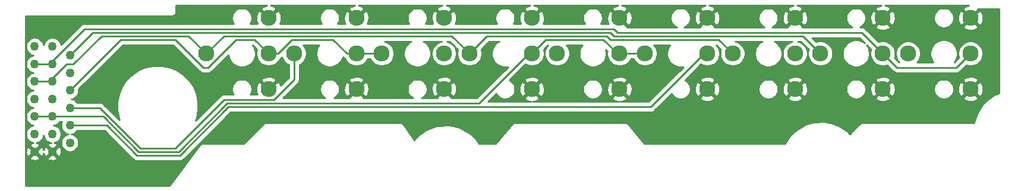
<source format=gtl>
%TF.GenerationSoftware,KiCad,Pcbnew,5.1.12-1.fc35*%
%TF.CreationDate,2022-04-23T06:03:32-07:00*%
%TF.ProjectId,right,72696768-742e-46b6-9963-61645f706362,v1.1*%
%TF.SameCoordinates,Original*%
%TF.FileFunction,Copper,L1,Top*%
%TF.FilePolarity,Positive*%
%FSLAX46Y46*%
G04 Gerber Fmt 4.6, Leading zero omitted, Abs format (unit mm)*
G04 Created by KiCad (PCBNEW 5.1.12-1.fc35) date 2022-04-23 06:03:32*
%MOMM*%
%LPD*%
G01*
G04 APERTURE LIST*
%TA.AperFunction,ComponentPad*%
%ADD10C,1.262000*%
%TD*%
%TA.AperFunction,ComponentPad*%
%ADD11C,2.300000*%
%TD*%
%TA.AperFunction,Conductor*%
%ADD12C,0.254000*%
%TD*%
%TA.AperFunction,Conductor*%
%ADD13C,0.100000*%
%TD*%
G04 APERTURE END LIST*
D10*
%TO.P,J1,13B*%
%TO.N,GND*%
X82000000Y-110000000D03*
%TO.P,J1,11B*%
%TO.N,Net-(J1-Pad11)*%
X82000000Y-107500000D03*
%TO.P,J1,9B*%
%TO.N,Net-(F12-Pad2)*%
X82000000Y-105000000D03*
%TO.P,J1,7B*%
%TO.N,Net-(F11-Pad2)*%
X82000000Y-102500000D03*
%TO.P,J1,5B*%
%TO.N,Net-(F12-Pad4)*%
X82000000Y-100000000D03*
%TO.P,J1,3B*%
%TO.N,Net-(J1-Pad3)*%
X82000000Y-97500000D03*
%TO.P,J1,1B*%
%TO.N,Net-(J1-Pad1)*%
X82000000Y-95000000D03*
%TO.P,J1,12*%
%TO.N,N/C*%
X87000000Y-108750000D03*
%TO.P,J1,10*%
%TO.N,Net-(J1-Pad10)*%
X87000000Y-106250000D03*
%TO.P,J1,8*%
%TO.N,Net-(F10-Pad4)*%
X87000000Y-103750000D03*
%TO.P,J1,6*%
%TO.N,Net-(F10-Pad2)*%
X87000000Y-101250000D03*
%TO.P,J1,4*%
%TO.N,Net-(J1-Pad4)*%
X87000000Y-98750000D03*
%TO.P,J1,2*%
%TO.N,Net-(J1-Pad2)*%
X87000000Y-96250000D03*
%TO.P,J1,13*%
%TO.N,GND*%
X84500000Y-110000000D03*
%TO.P,J1,11*%
%TO.N,Net-(J1-Pad11)*%
X84500000Y-107500000D03*
%TO.P,J1,9*%
%TO.N,Net-(F12-Pad2)*%
X84500000Y-105000000D03*
%TO.P,J1,7*%
%TO.N,Net-(F11-Pad2)*%
X84500000Y-102500000D03*
%TO.P,J1,5*%
%TO.N,Net-(F12-Pad4)*%
X84500000Y-100000000D03*
%TO.P,J1,3*%
%TO.N,Net-(J1-Pad3)*%
X84500000Y-97500000D03*
%TO.P,J1,1*%
%TO.N,Net-(J1-Pad1)*%
X84500000Y-95000000D03*
%TD*%
D11*
%TO.P,F11,1*%
%TO.N,GND*%
X140310000Y-90920000D03*
%TO.P,F11,2*%
%TO.N,Net-(F11-Pad2)*%
X140310000Y-96000000D03*
%TO.P,F11,3*%
%TO.N,GND*%
X140310000Y-101080000D03*
%TO.P,F11,4*%
%TO.N,Net-(F10-Pad2)*%
X131420000Y-96000000D03*
%TD*%
%TO.P,F9,1*%
%TO.N,GND*%
X115310000Y-90920000D03*
%TO.P,F9,2*%
%TO.N,Net-(F10-Pad2)*%
X115310000Y-96000000D03*
%TO.P,F9,3*%
%TO.N,GND*%
X115310000Y-101080000D03*
%TO.P,F9,4*%
%TO.N,Net-(F12-Pad4)*%
X106420000Y-96000000D03*
%TD*%
%TO.P,F10,1*%
%TO.N,GND*%
X127810000Y-90920000D03*
%TO.P,F10,2*%
%TO.N,Net-(F10-Pad2)*%
X127810000Y-96000000D03*
%TO.P,F10,3*%
%TO.N,GND*%
X127810000Y-101080000D03*
%TO.P,F10,4*%
%TO.N,Net-(F10-Pad4)*%
X118920000Y-96000000D03*
%TD*%
%TO.P,F12,1*%
%TO.N,GND*%
X152810000Y-90920000D03*
%TO.P,F12,2*%
%TO.N,Net-(F12-Pad2)*%
X152810000Y-96000000D03*
%TO.P,F12,3*%
%TO.N,GND*%
X152810000Y-101080000D03*
%TO.P,F12,4*%
%TO.N,Net-(F12-Pad4)*%
X143920000Y-96000000D03*
%TD*%
%TO.P,P-S1,1*%
%TO.N,GND*%
X165310000Y-90920000D03*
%TO.P,P-S1,2*%
%TO.N,Net-(F12-Pad2)*%
X165310000Y-96000000D03*
%TO.P,P-S1,3*%
%TO.N,GND*%
X165310000Y-101080000D03*
%TO.P,P-S1,4*%
%TO.N,Net-(J1-Pad11)*%
X156420000Y-96000000D03*
%TD*%
%TO.P,S-L1,1*%
%TO.N,GND*%
X177810000Y-90920000D03*
%TO.P,S-L1,2*%
%TO.N,Net-(J1-Pad10)*%
X177810000Y-96000000D03*
%TO.P,S-L1,3*%
%TO.N,GND*%
X177810000Y-101080000D03*
%TO.P,S-L1,4*%
%TO.N,Net-(F12-Pad2)*%
X168920000Y-96000000D03*
%TD*%
%TO.P,P-B1,1*%
%TO.N,GND*%
X190310000Y-90920000D03*
%TO.P,P-B1,2*%
%TO.N,Net-(J1-Pad4)*%
X190310000Y-96000000D03*
%TO.P,P-B1,3*%
%TO.N,GND*%
X190310000Y-101080000D03*
%TO.P,P-B1,4*%
%TO.N,Net-(F12-Pad4)*%
X181420000Y-96000000D03*
%TD*%
%TO.P,KP1,1*%
%TO.N,GND*%
X202810000Y-90920000D03*
%TO.P,KP1,2*%
%TO.N,Net-(J1-Pad3)*%
X202810000Y-96000000D03*
%TO.P,KP1,3*%
%TO.N,GND*%
X202810000Y-101080000D03*
%TO.P,KP1,4*%
%TO.N,Net-(J1-Pad2)*%
X193920000Y-96000000D03*
%TD*%
%TO.P,PG1,1*%
%TO.N,GND*%
X215310000Y-90920000D03*
%TO.P,PG1,2*%
%TO.N,Net-(J1-Pad3)*%
X215310000Y-96000000D03*
%TO.P,PG1,3*%
%TO.N,GND*%
X215310000Y-101080000D03*
%TO.P,PG1,4*%
%TO.N,Net-(J1-Pad1)*%
X206420000Y-96000000D03*
%TD*%
D12*
%TO.N,Net-(F10-Pad2)*%
X127810000Y-96000000D02*
X131420000Y-96000000D01*
X115310000Y-96000000D02*
X116654118Y-96000000D01*
X126487882Y-96000000D02*
X127810000Y-96000000D01*
X116654118Y-96000000D02*
X118654118Y-94000000D01*
X118654118Y-94000000D02*
X124487882Y-94000000D01*
X124487882Y-94000000D02*
X126487882Y-96000000D01*
X113310000Y-94000000D02*
X115310000Y-96000000D01*
X106685882Y-98000000D02*
X110685882Y-94000000D01*
X106000000Y-98000000D02*
X106685882Y-98000000D01*
X94241990Y-94008010D02*
X102008010Y-94008010D01*
X110685882Y-94000000D02*
X113310000Y-94000000D01*
X102008010Y-94008010D02*
X106000000Y-98000000D01*
X87000000Y-101250000D02*
X94241990Y-94008010D01*
%TO.N,Net-(F12-Pad4)*%
X82000000Y-100000000D02*
X84500000Y-100000000D01*
X163528435Y-93500001D02*
X164028434Y-94000000D01*
X179420000Y-94000000D02*
X181420000Y-96000000D01*
X164028434Y-94000000D02*
X179420000Y-94000000D01*
X143920000Y-96000000D02*
X146420000Y-93500000D01*
X146420000Y-93500000D02*
X163528435Y-93500001D01*
X141411990Y-93491990D02*
X143920000Y-96000000D01*
X106420000Y-96000000D02*
X108928010Y-93491990D01*
X108928010Y-93491990D02*
X141411990Y-93491990D01*
X103920000Y-93500000D02*
X106420000Y-96000000D01*
X86500000Y-97500000D02*
X87485761Y-97500000D01*
X87485761Y-97500000D02*
X91485761Y-93500000D01*
X84500000Y-99500000D02*
X86500000Y-97500000D01*
X91485761Y-93500000D02*
X103920000Y-93500000D01*
X84500000Y-100000000D02*
X84500000Y-99500000D01*
%TO.N,Net-(F10-Pad4)*%
X118920000Y-99735882D02*
X118920000Y-96000000D01*
X116044881Y-102611001D02*
X118920000Y-99735882D01*
X102049962Y-109500000D02*
X108938961Y-102611001D01*
X108938961Y-102611001D02*
X116044881Y-102611001D01*
X97000000Y-109500000D02*
X102049962Y-109500000D01*
X91250000Y-103750000D02*
X97000000Y-109500000D01*
X87000000Y-103750000D02*
X91250000Y-103750000D01*
%TO.N,Net-(F12-Pad2)*%
X82000000Y-105000000D02*
X84500000Y-105000000D01*
X152369118Y-96000000D02*
X152810000Y-96000000D01*
X102491990Y-110008010D02*
X109380989Y-103119011D01*
X96789576Y-110008010D02*
X102491990Y-110008010D01*
X145250107Y-103119011D02*
X152369118Y-96000000D01*
X109380989Y-103119011D02*
X145250107Y-103119011D01*
X91781566Y-105000000D02*
X96789576Y-110008010D01*
X84500000Y-105000000D02*
X91781566Y-105000000D01*
X165310000Y-96000000D02*
X168920000Y-96000000D01*
X165000000Y-96000000D02*
X165310000Y-96000000D01*
X152810000Y-96000000D02*
X154801990Y-94008010D01*
X154801990Y-94008010D02*
X163008010Y-94008010D01*
X163008010Y-94008010D02*
X165000000Y-96000000D01*
%TO.N,Net-(J1-Pad1)*%
X205624118Y-96000000D02*
X206420000Y-96000000D01*
%TO.N,Net-(J1-Pad10)*%
X86500000Y-106250000D02*
X86750000Y-106500000D01*
X177369118Y-96000000D02*
X177810000Y-96000000D01*
X109591413Y-103627021D02*
X169742097Y-103627021D01*
X102702415Y-110516019D02*
X109591413Y-103627021D01*
X96516019Y-110516019D02*
X102702415Y-110516019D01*
X169742097Y-103627021D02*
X177369118Y-96000000D01*
X92250000Y-106250000D02*
X96516019Y-110516019D01*
X87000000Y-106250000D02*
X92250000Y-106250000D01*
%TO.N,Net-(J1-Pad2)*%
X147991991Y-92991991D02*
X163991991Y-92991991D01*
X164491990Y-93491990D02*
X191411990Y-93491990D01*
X163991991Y-92991991D02*
X164491990Y-93491990D01*
X147983979Y-92983979D02*
X147991991Y-92991991D01*
X90266021Y-92983979D02*
X147983979Y-92983979D01*
X191411990Y-93491990D02*
X193920000Y-96000000D01*
X87000000Y-96250000D02*
X90266021Y-92983979D01*
%TO.N,Net-(J1-Pad3)*%
X82000000Y-97500000D02*
X84500000Y-97500000D01*
X202810000Y-96000000D02*
X204810000Y-98000000D01*
X213310000Y-98000000D02*
X215310000Y-96000000D01*
X204810000Y-98000000D02*
X213310000Y-98000000D01*
X199793980Y-92983980D02*
X202810000Y-96000000D01*
X164483981Y-92483981D02*
X164983980Y-92983980D01*
X164983980Y-92983980D02*
X199793980Y-92983980D01*
X161475970Y-92475970D02*
X161483981Y-92483981D01*
X161983981Y-92483981D02*
X164483981Y-92483981D01*
X161483981Y-92483981D02*
X161983981Y-92483981D01*
X153483981Y-92483981D02*
X161983981Y-92483981D01*
X153475969Y-92475969D02*
X153483981Y-92483981D01*
X84500000Y-97053816D02*
X89077847Y-92475969D01*
X89077847Y-92475969D02*
X153475969Y-92475969D01*
X84500000Y-97500000D02*
X84500000Y-97053816D01*
%TD*%
%TO.N,GND*%
X114904681Y-89172760D02*
X114571600Y-89285406D01*
X114361118Y-89397910D01*
X114247256Y-89677651D01*
X115310000Y-90740395D01*
X116372744Y-89677651D01*
X116258882Y-89397910D01*
X115943704Y-89242039D01*
X115604174Y-89150651D01*
X115594410Y-89150000D01*
X127579083Y-89150000D01*
X127404681Y-89172760D01*
X127071600Y-89285406D01*
X126861118Y-89397910D01*
X126747256Y-89677651D01*
X127810000Y-90740395D01*
X128872744Y-89677651D01*
X128758882Y-89397910D01*
X128443704Y-89242039D01*
X128104174Y-89150651D01*
X128094410Y-89150000D01*
X140079083Y-89150000D01*
X139904681Y-89172760D01*
X139571600Y-89285406D01*
X139361118Y-89397910D01*
X139247256Y-89677651D01*
X140310000Y-90740395D01*
X141372744Y-89677651D01*
X141258882Y-89397910D01*
X140943704Y-89242039D01*
X140604174Y-89150651D01*
X140594410Y-89150000D01*
X152579083Y-89150000D01*
X152404681Y-89172760D01*
X152071600Y-89285406D01*
X151861118Y-89397910D01*
X151747256Y-89677651D01*
X152810000Y-90740395D01*
X153872744Y-89677651D01*
X153758882Y-89397910D01*
X153443704Y-89242039D01*
X153104174Y-89150651D01*
X153094410Y-89150000D01*
X165079083Y-89150000D01*
X164904681Y-89172760D01*
X164571600Y-89285406D01*
X164361118Y-89397910D01*
X164247256Y-89677651D01*
X165310000Y-90740395D01*
X166372744Y-89677651D01*
X166258882Y-89397910D01*
X165943704Y-89242039D01*
X165604174Y-89150651D01*
X165594410Y-89150000D01*
X177579083Y-89150000D01*
X177404681Y-89172760D01*
X177071600Y-89285406D01*
X176861118Y-89397910D01*
X176747256Y-89677651D01*
X177810000Y-90740395D01*
X178872744Y-89677651D01*
X178758882Y-89397910D01*
X178443704Y-89242039D01*
X178104174Y-89150651D01*
X178094410Y-89150000D01*
X190079083Y-89150000D01*
X189904681Y-89172760D01*
X189571600Y-89285406D01*
X189361118Y-89397910D01*
X189247256Y-89677651D01*
X190310000Y-90740395D01*
X191372744Y-89677651D01*
X191258882Y-89397910D01*
X190943704Y-89242039D01*
X190604174Y-89150651D01*
X190594410Y-89150000D01*
X202579083Y-89150000D01*
X202404681Y-89172760D01*
X202071600Y-89285406D01*
X201861118Y-89397910D01*
X201747256Y-89677651D01*
X202810000Y-90740395D01*
X203872744Y-89677651D01*
X203758882Y-89397910D01*
X203443704Y-89242039D01*
X203104174Y-89150651D01*
X203094410Y-89150000D01*
X215079083Y-89150000D01*
X214904681Y-89172760D01*
X214571600Y-89285406D01*
X214361118Y-89397910D01*
X214247256Y-89677651D01*
X215310000Y-90740395D01*
X216372744Y-89677651D01*
X216355560Y-89635433D01*
X216372578Y-89640595D01*
X216468068Y-89650000D01*
X216468069Y-89650000D01*
X216500000Y-89653145D01*
X216531932Y-89650000D01*
X219350000Y-89650000D01*
X219350001Y-101665340D01*
X218687373Y-101937754D01*
X218661344Y-101952231D01*
X217535110Y-102764977D01*
X217513758Y-102784438D01*
X216875172Y-103515909D01*
X216861316Y-103535145D01*
X216234341Y-104603325D01*
X216223269Y-104627803D01*
X215828507Y-105823700D01*
X215823018Y-105848318D01*
X215822815Y-105850000D01*
X200031924Y-105850000D01*
X200000000Y-105846856D01*
X199968076Y-105850000D01*
X199968068Y-105850000D01*
X199872578Y-105859405D01*
X199750052Y-105896573D01*
X199637132Y-105956930D01*
X199538157Y-106038157D01*
X199517802Y-106062960D01*
X198098684Y-107482078D01*
X197860183Y-107202298D01*
X197833621Y-107178778D01*
X196696706Y-106426408D01*
X196678735Y-106416503D01*
X195675574Y-105965081D01*
X195649068Y-105956504D01*
X194512153Y-105722433D01*
X194478001Y-105720112D01*
X192989980Y-105820428D01*
X192964279Y-105824844D01*
X191710329Y-106175950D01*
X191677524Y-106190387D01*
X190440293Y-106959477D01*
X190417538Y-106977533D01*
X189431097Y-107963974D01*
X189412252Y-107988016D01*
X188890524Y-108850000D01*
X168804443Y-108850000D01*
X166500948Y-106085806D01*
X166461843Y-106038157D01*
X166435146Y-106016247D01*
X166410545Y-105992013D01*
X166385781Y-105975735D01*
X166362868Y-105956930D01*
X166332402Y-105940646D01*
X166303552Y-105921681D01*
X166276095Y-105910549D01*
X166249948Y-105896573D01*
X166216890Y-105886545D01*
X166184895Y-105873573D01*
X166155792Y-105868011D01*
X166127422Y-105859405D01*
X166093044Y-105856019D01*
X166059132Y-105849538D01*
X165997644Y-105850000D01*
X150502356Y-105850000D01*
X150440867Y-105849538D01*
X150406954Y-105856019D01*
X150372578Y-105859405D01*
X150344209Y-105868011D01*
X150315104Y-105873573D01*
X150283104Y-105886547D01*
X150250052Y-105896573D01*
X150223914Y-105910544D01*
X150196447Y-105921680D01*
X150167587Y-105940652D01*
X150137132Y-105956930D01*
X150114224Y-105975730D01*
X150089454Y-105992013D01*
X150064848Y-106016252D01*
X150038157Y-106038157D01*
X149999116Y-106085728D01*
X147695556Y-108850000D01*
X145277922Y-108850000D01*
X144931894Y-108312326D01*
X144914902Y-108291253D01*
X144044103Y-107420454D01*
X144017007Y-107399818D01*
X142646950Y-106621904D01*
X142614359Y-106608965D01*
X141139806Y-106249035D01*
X141104648Y-106245513D01*
X139351440Y-106315177D01*
X139336362Y-106316681D01*
X139312285Y-106323016D01*
X137779679Y-106891938D01*
X137749775Y-106907858D01*
X136553877Y-107767046D01*
X136530232Y-107789102D01*
X136036995Y-108383689D01*
X134558356Y-106165730D01*
X134543070Y-106137132D01*
X134502654Y-106087885D01*
X134462326Y-106038641D01*
X134462062Y-106038424D01*
X134461843Y-106038157D01*
X134412227Y-105997438D01*
X134363435Y-105957310D01*
X134363135Y-105957149D01*
X134362868Y-105956930D01*
X134306192Y-105926636D01*
X134250578Y-105896835D01*
X134250253Y-105896736D01*
X134249948Y-105896573D01*
X134188615Y-105877968D01*
X134128092Y-105859539D01*
X134127752Y-105859505D01*
X134127422Y-105859405D01*
X134063540Y-105853113D01*
X134000683Y-105846856D01*
X133968417Y-105850000D01*
X115031924Y-105850000D01*
X115000000Y-105846856D01*
X114968076Y-105850000D01*
X114968068Y-105850000D01*
X114872578Y-105859405D01*
X114750052Y-105896573D01*
X114637132Y-105956930D01*
X114538157Y-106038157D01*
X114517802Y-106062960D01*
X111730762Y-108850000D01*
X106049693Y-108850000D01*
X106035547Y-108847824D01*
X105985807Y-108850000D01*
X105968068Y-108850000D01*
X105953892Y-108851396D01*
X105907631Y-108853420D01*
X105890320Y-108857658D01*
X105872578Y-108859405D01*
X105828250Y-108872852D01*
X105783264Y-108883864D01*
X105767110Y-108891398D01*
X105750052Y-108896573D01*
X105709199Y-108918410D01*
X105667227Y-108937986D01*
X105652855Y-108948526D01*
X105637132Y-108956930D01*
X105601324Y-108986317D01*
X105563977Y-109013706D01*
X105551936Y-109026849D01*
X105538157Y-109038157D01*
X105508774Y-109073961D01*
X105499159Y-109084455D01*
X105488526Y-109098632D01*
X105456930Y-109137132D01*
X105450180Y-109149760D01*
X101175000Y-114850000D01*
X80650000Y-114850000D01*
X80650000Y-110871940D01*
X81307665Y-110871940D01*
X81358744Y-111098679D01*
X81585408Y-111202671D01*
X81828003Y-111260445D01*
X82077208Y-111269781D01*
X82323447Y-111230320D01*
X82557255Y-111143578D01*
X82641256Y-111098679D01*
X82692335Y-110871940D01*
X83807665Y-110871940D01*
X83858744Y-111098679D01*
X84085408Y-111202671D01*
X84328003Y-111260445D01*
X84577208Y-111269781D01*
X84823447Y-111230320D01*
X85057255Y-111143578D01*
X85141256Y-111098679D01*
X85192335Y-110871940D01*
X84500000Y-110179605D01*
X83807665Y-110871940D01*
X82692335Y-110871940D01*
X82000000Y-110179605D01*
X81307665Y-110871940D01*
X80650000Y-110871940D01*
X80650000Y-110077208D01*
X80730219Y-110077208D01*
X80769680Y-110323447D01*
X80856422Y-110557255D01*
X80901321Y-110641256D01*
X81128060Y-110692335D01*
X81820395Y-110000000D01*
X82179605Y-110000000D01*
X82871940Y-110692335D01*
X83098679Y-110641256D01*
X83202671Y-110414592D01*
X83251457Y-110209736D01*
X83269680Y-110323447D01*
X83356422Y-110557255D01*
X83401321Y-110641256D01*
X83628060Y-110692335D01*
X84320395Y-110000000D01*
X84679605Y-110000000D01*
X85371940Y-110692335D01*
X85598679Y-110641256D01*
X85702671Y-110414592D01*
X85760445Y-110171997D01*
X85769781Y-109922792D01*
X85730320Y-109676553D01*
X85643578Y-109442745D01*
X85598679Y-109358744D01*
X85371940Y-109307665D01*
X84679605Y-110000000D01*
X84320395Y-110000000D01*
X83628060Y-109307665D01*
X83401321Y-109358744D01*
X83297329Y-109585408D01*
X83248543Y-109790264D01*
X83230320Y-109676553D01*
X83143578Y-109442745D01*
X83098679Y-109358744D01*
X82871940Y-109307665D01*
X82179605Y-110000000D01*
X81820395Y-110000000D01*
X81128060Y-109307665D01*
X80901321Y-109358744D01*
X80797329Y-109585408D01*
X80739555Y-109828003D01*
X80730219Y-110077208D01*
X80650000Y-110077208D01*
X80650000Y-94875310D01*
X80734000Y-94875310D01*
X80734000Y-95124690D01*
X80782651Y-95369279D01*
X80878085Y-95599676D01*
X81016633Y-95807028D01*
X81192972Y-95983367D01*
X81400324Y-96121915D01*
X81630721Y-96217349D01*
X81794871Y-96250000D01*
X81630721Y-96282651D01*
X81400324Y-96378085D01*
X81192972Y-96516633D01*
X81016633Y-96692972D01*
X80878085Y-96900324D01*
X80782651Y-97130721D01*
X80734000Y-97375310D01*
X80734000Y-97624690D01*
X80782651Y-97869279D01*
X80878085Y-98099676D01*
X81016633Y-98307028D01*
X81192972Y-98483367D01*
X81400324Y-98621915D01*
X81630721Y-98717349D01*
X81794871Y-98750000D01*
X81630721Y-98782651D01*
X81400324Y-98878085D01*
X81192972Y-99016633D01*
X81016633Y-99192972D01*
X80878085Y-99400324D01*
X80782651Y-99630721D01*
X80734000Y-99875310D01*
X80734000Y-100124690D01*
X80782651Y-100369279D01*
X80878085Y-100599676D01*
X81016633Y-100807028D01*
X81192972Y-100983367D01*
X81400324Y-101121915D01*
X81630721Y-101217349D01*
X81794871Y-101250000D01*
X81630721Y-101282651D01*
X81400324Y-101378085D01*
X81192972Y-101516633D01*
X81016633Y-101692972D01*
X80878085Y-101900324D01*
X80782651Y-102130721D01*
X80734000Y-102375310D01*
X80734000Y-102624690D01*
X80782651Y-102869279D01*
X80878085Y-103099676D01*
X81016633Y-103307028D01*
X81192972Y-103483367D01*
X81400324Y-103621915D01*
X81630721Y-103717349D01*
X81794871Y-103750000D01*
X81630721Y-103782651D01*
X81400324Y-103878085D01*
X81192972Y-104016633D01*
X81016633Y-104192972D01*
X80878085Y-104400324D01*
X80782651Y-104630721D01*
X80734000Y-104875310D01*
X80734000Y-105124690D01*
X80782651Y-105369279D01*
X80878085Y-105599676D01*
X81016633Y-105807028D01*
X81192972Y-105983367D01*
X81400324Y-106121915D01*
X81630721Y-106217349D01*
X81794871Y-106250000D01*
X81630721Y-106282651D01*
X81400324Y-106378085D01*
X81192972Y-106516633D01*
X81016633Y-106692972D01*
X80878085Y-106900324D01*
X80782651Y-107130721D01*
X80734000Y-107375310D01*
X80734000Y-107624690D01*
X80782651Y-107869279D01*
X80878085Y-108099676D01*
X81016633Y-108307028D01*
X81192972Y-108483367D01*
X81400324Y-108621915D01*
X81630721Y-108717349D01*
X81796873Y-108750398D01*
X81676553Y-108769680D01*
X81442745Y-108856422D01*
X81358744Y-108901321D01*
X81307665Y-109128060D01*
X82000000Y-109820395D01*
X82692335Y-109128060D01*
X82641256Y-108901321D01*
X82414592Y-108797329D01*
X82210974Y-108748837D01*
X82369279Y-108717349D01*
X82599676Y-108621915D01*
X82807028Y-108483367D01*
X82983367Y-108307028D01*
X83121915Y-108099676D01*
X83217349Y-107869279D01*
X83250000Y-107705129D01*
X83282651Y-107869279D01*
X83378085Y-108099676D01*
X83516633Y-108307028D01*
X83692972Y-108483367D01*
X83900324Y-108621915D01*
X84130721Y-108717349D01*
X84296873Y-108750398D01*
X84176553Y-108769680D01*
X83942745Y-108856422D01*
X83858744Y-108901321D01*
X83807665Y-109128060D01*
X84500000Y-109820395D01*
X85192335Y-109128060D01*
X85141256Y-108901321D01*
X84914592Y-108797329D01*
X84710974Y-108748837D01*
X84869279Y-108717349D01*
X85099676Y-108621915D01*
X85307028Y-108483367D01*
X85483367Y-108307028D01*
X85621915Y-108099676D01*
X85717349Y-107869279D01*
X85766000Y-107624690D01*
X85766000Y-107375310D01*
X85717349Y-107130721D01*
X85621915Y-106900324D01*
X85483367Y-106692972D01*
X85307028Y-106516633D01*
X85099676Y-106378085D01*
X84869279Y-106282651D01*
X84705129Y-106250000D01*
X84869279Y-106217349D01*
X85099676Y-106121915D01*
X85307028Y-105983367D01*
X85483367Y-105807028D01*
X85513454Y-105762000D01*
X85831827Y-105762000D01*
X85782651Y-105880721D01*
X85734000Y-106125310D01*
X85734000Y-106374690D01*
X85782651Y-106619279D01*
X85878085Y-106849676D01*
X86016633Y-107057028D01*
X86192972Y-107233367D01*
X86400324Y-107371915D01*
X86630721Y-107467349D01*
X86794871Y-107500000D01*
X86630721Y-107532651D01*
X86400324Y-107628085D01*
X86192972Y-107766633D01*
X86016633Y-107942972D01*
X85878085Y-108150324D01*
X85782651Y-108380721D01*
X85734000Y-108625310D01*
X85734000Y-108874690D01*
X85782651Y-109119279D01*
X85878085Y-109349676D01*
X86016633Y-109557028D01*
X86192972Y-109733367D01*
X86400324Y-109871915D01*
X86630721Y-109967349D01*
X86875310Y-110016000D01*
X87124690Y-110016000D01*
X87369279Y-109967349D01*
X87599676Y-109871915D01*
X87807028Y-109733367D01*
X87983367Y-109557028D01*
X88121915Y-109349676D01*
X88217349Y-109119279D01*
X88266000Y-108874690D01*
X88266000Y-108625310D01*
X88217349Y-108380721D01*
X88121915Y-108150324D01*
X87983367Y-107942972D01*
X87807028Y-107766633D01*
X87599676Y-107628085D01*
X87369279Y-107532651D01*
X87205129Y-107500000D01*
X87369279Y-107467349D01*
X87599676Y-107371915D01*
X87807028Y-107233367D01*
X87983367Y-107057028D01*
X88013454Y-107012000D01*
X91934370Y-107012000D01*
X95950740Y-111028371D01*
X95974597Y-111057441D01*
X96003667Y-111081298D01*
X96090626Y-111152664D01*
X96161383Y-111190484D01*
X96223004Y-111223421D01*
X96366641Y-111266993D01*
X96478593Y-111278019D01*
X96478596Y-111278019D01*
X96516019Y-111281705D01*
X96553442Y-111278019D01*
X102664992Y-111278019D01*
X102702415Y-111281705D01*
X102739838Y-111278019D01*
X102739841Y-111278019D01*
X102851793Y-111266993D01*
X102995430Y-111223421D01*
X103127807Y-111152664D01*
X103243837Y-111057441D01*
X103267699Y-111028365D01*
X109907044Y-104389021D01*
X169704674Y-104389021D01*
X169742097Y-104392707D01*
X169779520Y-104389021D01*
X169779523Y-104389021D01*
X169891475Y-104377995D01*
X170035112Y-104334423D01*
X170167489Y-104263666D01*
X170283519Y-104168443D01*
X170307381Y-104139367D01*
X172735358Y-101711390D01*
X172750475Y-101747885D01*
X172904782Y-101978822D01*
X173101178Y-102175218D01*
X173332115Y-102329525D01*
X173588718Y-102435814D01*
X173861127Y-102490000D01*
X174138873Y-102490000D01*
X174411282Y-102435814D01*
X174667885Y-102329525D01*
X174678624Y-102322349D01*
X176747256Y-102322349D01*
X176861118Y-102602090D01*
X177176296Y-102757961D01*
X177515826Y-102849349D01*
X177866661Y-102872741D01*
X178215319Y-102827240D01*
X178548400Y-102714594D01*
X178758882Y-102602090D01*
X178872744Y-102322349D01*
X177810000Y-101259605D01*
X176747256Y-102322349D01*
X174678624Y-102322349D01*
X174898822Y-102175218D01*
X175095218Y-101978822D01*
X175249525Y-101747885D01*
X175355814Y-101491282D01*
X175410000Y-101218873D01*
X175410000Y-101136661D01*
X176017259Y-101136661D01*
X176062760Y-101485319D01*
X176175406Y-101818400D01*
X176287910Y-102028882D01*
X176567651Y-102142744D01*
X177630395Y-101080000D01*
X177989605Y-101080000D01*
X179052349Y-102142744D01*
X179332090Y-102028882D01*
X179487961Y-101713704D01*
X179579349Y-101374174D01*
X179602741Y-101023339D01*
X179592013Y-100941127D01*
X185090000Y-100941127D01*
X185090000Y-101218873D01*
X185144186Y-101491282D01*
X185250475Y-101747885D01*
X185404782Y-101978822D01*
X185601178Y-102175218D01*
X185832115Y-102329525D01*
X186088718Y-102435814D01*
X186361127Y-102490000D01*
X186638873Y-102490000D01*
X186911282Y-102435814D01*
X187167885Y-102329525D01*
X187178624Y-102322349D01*
X189247256Y-102322349D01*
X189361118Y-102602090D01*
X189676296Y-102757961D01*
X190015826Y-102849349D01*
X190366661Y-102872741D01*
X190715319Y-102827240D01*
X191048400Y-102714594D01*
X191258882Y-102602090D01*
X191372744Y-102322349D01*
X190310000Y-101259605D01*
X189247256Y-102322349D01*
X187178624Y-102322349D01*
X187398822Y-102175218D01*
X187595218Y-101978822D01*
X187749525Y-101747885D01*
X187855814Y-101491282D01*
X187910000Y-101218873D01*
X187910000Y-101136661D01*
X188517259Y-101136661D01*
X188562760Y-101485319D01*
X188675406Y-101818400D01*
X188787910Y-102028882D01*
X189067651Y-102142744D01*
X190130395Y-101080000D01*
X190489605Y-101080000D01*
X191552349Y-102142744D01*
X191832090Y-102028882D01*
X191987961Y-101713704D01*
X192079349Y-101374174D01*
X192102741Y-101023339D01*
X192092013Y-100941127D01*
X197590000Y-100941127D01*
X197590000Y-101218873D01*
X197644186Y-101491282D01*
X197750475Y-101747885D01*
X197904782Y-101978822D01*
X198101178Y-102175218D01*
X198332115Y-102329525D01*
X198588718Y-102435814D01*
X198861127Y-102490000D01*
X199138873Y-102490000D01*
X199411282Y-102435814D01*
X199667885Y-102329525D01*
X199678624Y-102322349D01*
X201747256Y-102322349D01*
X201861118Y-102602090D01*
X202176296Y-102757961D01*
X202515826Y-102849349D01*
X202866661Y-102872741D01*
X203215319Y-102827240D01*
X203548400Y-102714594D01*
X203758882Y-102602090D01*
X203872744Y-102322349D01*
X202810000Y-101259605D01*
X201747256Y-102322349D01*
X199678624Y-102322349D01*
X199898822Y-102175218D01*
X200095218Y-101978822D01*
X200249525Y-101747885D01*
X200355814Y-101491282D01*
X200410000Y-101218873D01*
X200410000Y-101136661D01*
X201017259Y-101136661D01*
X201062760Y-101485319D01*
X201175406Y-101818400D01*
X201287910Y-102028882D01*
X201567651Y-102142744D01*
X202630395Y-101080000D01*
X202989605Y-101080000D01*
X204052349Y-102142744D01*
X204332090Y-102028882D01*
X204487961Y-101713704D01*
X204579349Y-101374174D01*
X204602741Y-101023339D01*
X204592013Y-100941127D01*
X210090000Y-100941127D01*
X210090000Y-101218873D01*
X210144186Y-101491282D01*
X210250475Y-101747885D01*
X210404782Y-101978822D01*
X210601178Y-102175218D01*
X210832115Y-102329525D01*
X211088718Y-102435814D01*
X211361127Y-102490000D01*
X211638873Y-102490000D01*
X211911282Y-102435814D01*
X212167885Y-102329525D01*
X212178624Y-102322349D01*
X214247256Y-102322349D01*
X214361118Y-102602090D01*
X214676296Y-102757961D01*
X215015826Y-102849349D01*
X215366661Y-102872741D01*
X215715319Y-102827240D01*
X216048400Y-102714594D01*
X216258882Y-102602090D01*
X216372744Y-102322349D01*
X215310000Y-101259605D01*
X214247256Y-102322349D01*
X212178624Y-102322349D01*
X212398822Y-102175218D01*
X212595218Y-101978822D01*
X212749525Y-101747885D01*
X212855814Y-101491282D01*
X212910000Y-101218873D01*
X212910000Y-101136661D01*
X213517259Y-101136661D01*
X213562760Y-101485319D01*
X213675406Y-101818400D01*
X213787910Y-102028882D01*
X214067651Y-102142744D01*
X215130395Y-101080000D01*
X215489605Y-101080000D01*
X216552349Y-102142744D01*
X216832090Y-102028882D01*
X216987961Y-101713704D01*
X217079349Y-101374174D01*
X217102741Y-101023339D01*
X217057240Y-100674681D01*
X216944594Y-100341600D01*
X216832090Y-100131118D01*
X216552349Y-100017256D01*
X215489605Y-101080000D01*
X215130395Y-101080000D01*
X214067651Y-100017256D01*
X213787910Y-100131118D01*
X213632039Y-100446296D01*
X213540651Y-100785826D01*
X213517259Y-101136661D01*
X212910000Y-101136661D01*
X212910000Y-100941127D01*
X212855814Y-100668718D01*
X212749525Y-100412115D01*
X212595218Y-100181178D01*
X212398822Y-99984782D01*
X212178625Y-99837651D01*
X214247256Y-99837651D01*
X215310000Y-100900395D01*
X216372744Y-99837651D01*
X216258882Y-99557910D01*
X215943704Y-99402039D01*
X215604174Y-99310651D01*
X215253339Y-99287259D01*
X214904681Y-99332760D01*
X214571600Y-99445406D01*
X214361118Y-99557910D01*
X214247256Y-99837651D01*
X212178625Y-99837651D01*
X212167885Y-99830475D01*
X211911282Y-99724186D01*
X211638873Y-99670000D01*
X211361127Y-99670000D01*
X211088718Y-99724186D01*
X210832115Y-99830475D01*
X210601178Y-99984782D01*
X210404782Y-100181178D01*
X210250475Y-100412115D01*
X210144186Y-100668718D01*
X210090000Y-100941127D01*
X204592013Y-100941127D01*
X204557240Y-100674681D01*
X204444594Y-100341600D01*
X204332090Y-100131118D01*
X204052349Y-100017256D01*
X202989605Y-101080000D01*
X202630395Y-101080000D01*
X201567651Y-100017256D01*
X201287910Y-100131118D01*
X201132039Y-100446296D01*
X201040651Y-100785826D01*
X201017259Y-101136661D01*
X200410000Y-101136661D01*
X200410000Y-100941127D01*
X200355814Y-100668718D01*
X200249525Y-100412115D01*
X200095218Y-100181178D01*
X199898822Y-99984782D01*
X199678625Y-99837651D01*
X201747256Y-99837651D01*
X202810000Y-100900395D01*
X203872744Y-99837651D01*
X203758882Y-99557910D01*
X203443704Y-99402039D01*
X203104174Y-99310651D01*
X202753339Y-99287259D01*
X202404681Y-99332760D01*
X202071600Y-99445406D01*
X201861118Y-99557910D01*
X201747256Y-99837651D01*
X199678625Y-99837651D01*
X199667885Y-99830475D01*
X199411282Y-99724186D01*
X199138873Y-99670000D01*
X198861127Y-99670000D01*
X198588718Y-99724186D01*
X198332115Y-99830475D01*
X198101178Y-99984782D01*
X197904782Y-100181178D01*
X197750475Y-100412115D01*
X197644186Y-100668718D01*
X197590000Y-100941127D01*
X192092013Y-100941127D01*
X192057240Y-100674681D01*
X191944594Y-100341600D01*
X191832090Y-100131118D01*
X191552349Y-100017256D01*
X190489605Y-101080000D01*
X190130395Y-101080000D01*
X189067651Y-100017256D01*
X188787910Y-100131118D01*
X188632039Y-100446296D01*
X188540651Y-100785826D01*
X188517259Y-101136661D01*
X187910000Y-101136661D01*
X187910000Y-100941127D01*
X187855814Y-100668718D01*
X187749525Y-100412115D01*
X187595218Y-100181178D01*
X187398822Y-99984782D01*
X187178625Y-99837651D01*
X189247256Y-99837651D01*
X190310000Y-100900395D01*
X191372744Y-99837651D01*
X191258882Y-99557910D01*
X190943704Y-99402039D01*
X190604174Y-99310651D01*
X190253339Y-99287259D01*
X189904681Y-99332760D01*
X189571600Y-99445406D01*
X189361118Y-99557910D01*
X189247256Y-99837651D01*
X187178625Y-99837651D01*
X187167885Y-99830475D01*
X186911282Y-99724186D01*
X186638873Y-99670000D01*
X186361127Y-99670000D01*
X186088718Y-99724186D01*
X185832115Y-99830475D01*
X185601178Y-99984782D01*
X185404782Y-100181178D01*
X185250475Y-100412115D01*
X185144186Y-100668718D01*
X185090000Y-100941127D01*
X179592013Y-100941127D01*
X179557240Y-100674681D01*
X179444594Y-100341600D01*
X179332090Y-100131118D01*
X179052349Y-100017256D01*
X177989605Y-101080000D01*
X177630395Y-101080000D01*
X176567651Y-100017256D01*
X176287910Y-100131118D01*
X176132039Y-100446296D01*
X176040651Y-100785826D01*
X176017259Y-101136661D01*
X175410000Y-101136661D01*
X175410000Y-100941127D01*
X175355814Y-100668718D01*
X175249525Y-100412115D01*
X175095218Y-100181178D01*
X174898822Y-99984782D01*
X174678625Y-99837651D01*
X176747256Y-99837651D01*
X177810000Y-100900395D01*
X178872744Y-99837651D01*
X178758882Y-99557910D01*
X178443704Y-99402039D01*
X178104174Y-99310651D01*
X177753339Y-99287259D01*
X177404681Y-99332760D01*
X177071600Y-99445406D01*
X176861118Y-99557910D01*
X176747256Y-99837651D01*
X174678625Y-99837651D01*
X174667885Y-99830475D01*
X174631390Y-99815358D01*
X176904789Y-97541959D01*
X176964485Y-97581847D01*
X177289335Y-97716404D01*
X177634193Y-97785000D01*
X177985807Y-97785000D01*
X178330665Y-97716404D01*
X178655515Y-97581847D01*
X178947871Y-97386500D01*
X179196500Y-97137871D01*
X179391847Y-96845515D01*
X179526404Y-96520665D01*
X179595000Y-96175807D01*
X179595000Y-95824193D01*
X179526404Y-95479335D01*
X179391847Y-95154485D01*
X179196500Y-94862129D01*
X179096371Y-94762000D01*
X179104370Y-94762000D01*
X179738189Y-95395820D01*
X179703596Y-95479335D01*
X179635000Y-95824193D01*
X179635000Y-96175807D01*
X179703596Y-96520665D01*
X179838153Y-96845515D01*
X180033500Y-97137871D01*
X180282129Y-97386500D01*
X180574485Y-97581847D01*
X180899335Y-97716404D01*
X181244193Y-97785000D01*
X181595807Y-97785000D01*
X181940665Y-97716404D01*
X182265515Y-97581847D01*
X182557871Y-97386500D01*
X182806500Y-97137871D01*
X183001847Y-96845515D01*
X183136404Y-96520665D01*
X183205000Y-96175807D01*
X183205000Y-95824193D01*
X183136404Y-95479335D01*
X183001847Y-95154485D01*
X182806500Y-94862129D01*
X182557871Y-94613500D01*
X182265515Y-94418153D01*
X181940665Y-94283596D01*
X181791824Y-94253990D01*
X185658842Y-94253990D01*
X185583434Y-94285225D01*
X185266509Y-94496987D01*
X184996987Y-94766509D01*
X184785225Y-95083434D01*
X184639361Y-95435581D01*
X184565000Y-95809419D01*
X184565000Y-96190581D01*
X184639361Y-96564419D01*
X184785225Y-96916566D01*
X184996987Y-97233491D01*
X185266509Y-97503013D01*
X185583434Y-97714775D01*
X185935581Y-97860639D01*
X186309419Y-97935000D01*
X186690581Y-97935000D01*
X187064419Y-97860639D01*
X187416566Y-97714775D01*
X187733491Y-97503013D01*
X188003013Y-97233491D01*
X188214775Y-96916566D01*
X188360639Y-96564419D01*
X188435000Y-96190581D01*
X188435000Y-95809419D01*
X188360639Y-95435581D01*
X188214775Y-95083434D01*
X188003013Y-94766509D01*
X187733491Y-94496987D01*
X187416566Y-94285225D01*
X187341158Y-94253990D01*
X189938176Y-94253990D01*
X189789335Y-94283596D01*
X189464485Y-94418153D01*
X189172129Y-94613500D01*
X188923500Y-94862129D01*
X188728153Y-95154485D01*
X188593596Y-95479335D01*
X188525000Y-95824193D01*
X188525000Y-96175807D01*
X188593596Y-96520665D01*
X188728153Y-96845515D01*
X188923500Y-97137871D01*
X189172129Y-97386500D01*
X189464485Y-97581847D01*
X189789335Y-97716404D01*
X190134193Y-97785000D01*
X190485807Y-97785000D01*
X190830665Y-97716404D01*
X191155515Y-97581847D01*
X191447871Y-97386500D01*
X191696500Y-97137871D01*
X191891847Y-96845515D01*
X192026404Y-96520665D01*
X192095000Y-96175807D01*
X192095000Y-95824193D01*
X192026404Y-95479335D01*
X191891847Y-95154485D01*
X191696500Y-94862129D01*
X191447871Y-94613500D01*
X191155515Y-94418153D01*
X190830665Y-94283596D01*
X190681824Y-94253990D01*
X191096360Y-94253990D01*
X192238189Y-95395820D01*
X192203596Y-95479335D01*
X192135000Y-95824193D01*
X192135000Y-96175807D01*
X192203596Y-96520665D01*
X192338153Y-96845515D01*
X192533500Y-97137871D01*
X192782129Y-97386500D01*
X193074485Y-97581847D01*
X193399335Y-97716404D01*
X193744193Y-97785000D01*
X194095807Y-97785000D01*
X194440665Y-97716404D01*
X194765515Y-97581847D01*
X195057871Y-97386500D01*
X195306500Y-97137871D01*
X195501847Y-96845515D01*
X195636404Y-96520665D01*
X195705000Y-96175807D01*
X195705000Y-95824193D01*
X195636404Y-95479335D01*
X195501847Y-95154485D01*
X195306500Y-94862129D01*
X195057871Y-94613500D01*
X194765515Y-94418153D01*
X194440665Y-94283596D01*
X194095807Y-94215000D01*
X193744193Y-94215000D01*
X193399335Y-94283596D01*
X193315820Y-94318189D01*
X192743610Y-93745980D01*
X199478350Y-93745980D01*
X200221032Y-94488662D01*
X199916566Y-94285225D01*
X199564419Y-94139361D01*
X199190581Y-94065000D01*
X198809419Y-94065000D01*
X198435581Y-94139361D01*
X198083434Y-94285225D01*
X197766509Y-94496987D01*
X197496987Y-94766509D01*
X197285225Y-95083434D01*
X197139361Y-95435581D01*
X197065000Y-95809419D01*
X197065000Y-96190581D01*
X197139361Y-96564419D01*
X197285225Y-96916566D01*
X197496987Y-97233491D01*
X197766509Y-97503013D01*
X198083434Y-97714775D01*
X198435581Y-97860639D01*
X198809419Y-97935000D01*
X199190581Y-97935000D01*
X199564419Y-97860639D01*
X199916566Y-97714775D01*
X200233491Y-97503013D01*
X200503013Y-97233491D01*
X200714775Y-96916566D01*
X200860639Y-96564419D01*
X200935000Y-96190581D01*
X200935000Y-95809419D01*
X200860639Y-95435581D01*
X200714775Y-95083434D01*
X200511338Y-94778969D01*
X201128189Y-95395820D01*
X201093596Y-95479335D01*
X201025000Y-95824193D01*
X201025000Y-96175807D01*
X201093596Y-96520665D01*
X201228153Y-96845515D01*
X201423500Y-97137871D01*
X201672129Y-97386500D01*
X201964485Y-97581847D01*
X202289335Y-97716404D01*
X202634193Y-97785000D01*
X202985807Y-97785000D01*
X203330665Y-97716404D01*
X203414180Y-97681811D01*
X204244721Y-98512352D01*
X204268578Y-98541422D01*
X204384608Y-98636645D01*
X204516985Y-98707402D01*
X204660622Y-98750974D01*
X204772574Y-98762000D01*
X204772576Y-98762000D01*
X204809999Y-98765686D01*
X204847422Y-98762000D01*
X213272577Y-98762000D01*
X213310000Y-98765686D01*
X213347423Y-98762000D01*
X213347426Y-98762000D01*
X213459378Y-98750974D01*
X213603015Y-98707402D01*
X213735392Y-98636645D01*
X213851422Y-98541422D01*
X213875284Y-98512346D01*
X214705820Y-97681811D01*
X214789335Y-97716404D01*
X215134193Y-97785000D01*
X215485807Y-97785000D01*
X215830665Y-97716404D01*
X216155515Y-97581847D01*
X216447871Y-97386500D01*
X216696500Y-97137871D01*
X216891847Y-96845515D01*
X217026404Y-96520665D01*
X217095000Y-96175807D01*
X217095000Y-95824193D01*
X217026404Y-95479335D01*
X216891847Y-95154485D01*
X216696500Y-94862129D01*
X216447871Y-94613500D01*
X216155515Y-94418153D01*
X215830665Y-94283596D01*
X215485807Y-94215000D01*
X215134193Y-94215000D01*
X214789335Y-94283596D01*
X214464485Y-94418153D01*
X214172129Y-94613500D01*
X213923500Y-94862129D01*
X213728153Y-95154485D01*
X213593596Y-95479335D01*
X213525000Y-95824193D01*
X213525000Y-96175807D01*
X213593596Y-96520665D01*
X213628189Y-96604180D01*
X213011338Y-97221032D01*
X213214775Y-96916566D01*
X213360639Y-96564419D01*
X213435000Y-96190581D01*
X213435000Y-95809419D01*
X213360639Y-95435581D01*
X213214775Y-95083434D01*
X213003013Y-94766509D01*
X212733491Y-94496987D01*
X212416566Y-94285225D01*
X212064419Y-94139361D01*
X211690581Y-94065000D01*
X211309419Y-94065000D01*
X210935581Y-94139361D01*
X210583434Y-94285225D01*
X210266509Y-94496987D01*
X209996987Y-94766509D01*
X209785225Y-95083434D01*
X209639361Y-95435581D01*
X209565000Y-95809419D01*
X209565000Y-96190581D01*
X209639361Y-96564419D01*
X209785225Y-96916566D01*
X209996987Y-97233491D01*
X210001496Y-97238000D01*
X207706371Y-97238000D01*
X207806500Y-97137871D01*
X208001847Y-96845515D01*
X208136404Y-96520665D01*
X208205000Y-96175807D01*
X208205000Y-95824193D01*
X208136404Y-95479335D01*
X208001847Y-95154485D01*
X207806500Y-94862129D01*
X207557871Y-94613500D01*
X207265515Y-94418153D01*
X206940665Y-94283596D01*
X206595807Y-94215000D01*
X206244193Y-94215000D01*
X205899335Y-94283596D01*
X205574485Y-94418153D01*
X205282129Y-94613500D01*
X205033500Y-94862129D01*
X204838153Y-95154485D01*
X204703596Y-95479335D01*
X204635000Y-95824193D01*
X204635000Y-96175807D01*
X204703596Y-96520665D01*
X204838153Y-96845515D01*
X205033500Y-97137871D01*
X205133629Y-97238000D01*
X205125631Y-97238000D01*
X204491811Y-96604180D01*
X204526404Y-96520665D01*
X204595000Y-96175807D01*
X204595000Y-95824193D01*
X204526404Y-95479335D01*
X204391847Y-95154485D01*
X204196500Y-94862129D01*
X203947871Y-94613500D01*
X203655515Y-94418153D01*
X203330665Y-94283596D01*
X202985807Y-94215000D01*
X202634193Y-94215000D01*
X202289335Y-94283596D01*
X202205820Y-94318189D01*
X200359264Y-92471634D01*
X200335402Y-92442558D01*
X200219372Y-92347335D01*
X200086995Y-92276578D01*
X199943358Y-92233006D01*
X199831406Y-92221980D01*
X199831403Y-92221980D01*
X199793980Y-92218294D01*
X199756557Y-92221980D01*
X199541248Y-92221980D01*
X199667885Y-92169525D01*
X199678624Y-92162349D01*
X201747256Y-92162349D01*
X201861118Y-92442090D01*
X202176296Y-92597961D01*
X202515826Y-92689349D01*
X202866661Y-92712741D01*
X203215319Y-92667240D01*
X203548400Y-92554594D01*
X203758882Y-92442090D01*
X203872744Y-92162349D01*
X202810000Y-91099605D01*
X201747256Y-92162349D01*
X199678624Y-92162349D01*
X199898822Y-92015218D01*
X200095218Y-91818822D01*
X200249525Y-91587885D01*
X200355814Y-91331282D01*
X200410000Y-91058873D01*
X200410000Y-90976661D01*
X201017259Y-90976661D01*
X201062760Y-91325319D01*
X201175406Y-91658400D01*
X201287910Y-91868882D01*
X201567651Y-91982744D01*
X202630395Y-90920000D01*
X202989605Y-90920000D01*
X204052349Y-91982744D01*
X204332090Y-91868882D01*
X204487961Y-91553704D01*
X204579349Y-91214174D01*
X204602741Y-90863339D01*
X204592013Y-90781127D01*
X210090000Y-90781127D01*
X210090000Y-91058873D01*
X210144186Y-91331282D01*
X210250475Y-91587885D01*
X210404782Y-91818822D01*
X210601178Y-92015218D01*
X210832115Y-92169525D01*
X211088718Y-92275814D01*
X211361127Y-92330000D01*
X211638873Y-92330000D01*
X211911282Y-92275814D01*
X212167885Y-92169525D01*
X212178624Y-92162349D01*
X214247256Y-92162349D01*
X214361118Y-92442090D01*
X214676296Y-92597961D01*
X215015826Y-92689349D01*
X215366661Y-92712741D01*
X215715319Y-92667240D01*
X216048400Y-92554594D01*
X216258882Y-92442090D01*
X216372744Y-92162349D01*
X215310000Y-91099605D01*
X214247256Y-92162349D01*
X212178624Y-92162349D01*
X212398822Y-92015218D01*
X212595218Y-91818822D01*
X212749525Y-91587885D01*
X212855814Y-91331282D01*
X212910000Y-91058873D01*
X212910000Y-90976661D01*
X213517259Y-90976661D01*
X213562760Y-91325319D01*
X213675406Y-91658400D01*
X213787910Y-91868882D01*
X214067651Y-91982744D01*
X215130395Y-90920000D01*
X215489605Y-90920000D01*
X216552349Y-91982744D01*
X216832090Y-91868882D01*
X216987961Y-91553704D01*
X217079349Y-91214174D01*
X217102741Y-90863339D01*
X217057240Y-90514681D01*
X216944594Y-90181600D01*
X216832090Y-89971118D01*
X216552349Y-89857256D01*
X215489605Y-90920000D01*
X215130395Y-90920000D01*
X214067651Y-89857256D01*
X213787910Y-89971118D01*
X213632039Y-90286296D01*
X213540651Y-90625826D01*
X213517259Y-90976661D01*
X212910000Y-90976661D01*
X212910000Y-90781127D01*
X212855814Y-90508718D01*
X212749525Y-90252115D01*
X212595218Y-90021178D01*
X212398822Y-89824782D01*
X212167885Y-89670475D01*
X211911282Y-89564186D01*
X211638873Y-89510000D01*
X211361127Y-89510000D01*
X211088718Y-89564186D01*
X210832115Y-89670475D01*
X210601178Y-89824782D01*
X210404782Y-90021178D01*
X210250475Y-90252115D01*
X210144186Y-90508718D01*
X210090000Y-90781127D01*
X204592013Y-90781127D01*
X204557240Y-90514681D01*
X204444594Y-90181600D01*
X204332090Y-89971118D01*
X204052349Y-89857256D01*
X202989605Y-90920000D01*
X202630395Y-90920000D01*
X201567651Y-89857256D01*
X201287910Y-89971118D01*
X201132039Y-90286296D01*
X201040651Y-90625826D01*
X201017259Y-90976661D01*
X200410000Y-90976661D01*
X200410000Y-90781127D01*
X200355814Y-90508718D01*
X200249525Y-90252115D01*
X200095218Y-90021178D01*
X199898822Y-89824782D01*
X199667885Y-89670475D01*
X199411282Y-89564186D01*
X199138873Y-89510000D01*
X198861127Y-89510000D01*
X198588718Y-89564186D01*
X198332115Y-89670475D01*
X198101178Y-89824782D01*
X197904782Y-90021178D01*
X197750475Y-90252115D01*
X197644186Y-90508718D01*
X197590000Y-90781127D01*
X197590000Y-91058873D01*
X197644186Y-91331282D01*
X197750475Y-91587885D01*
X197904782Y-91818822D01*
X198101178Y-92015218D01*
X198332115Y-92169525D01*
X198458752Y-92221980D01*
X191348473Y-92221980D01*
X191372744Y-92162349D01*
X190310000Y-91099605D01*
X189247256Y-92162349D01*
X189271527Y-92221980D01*
X187041248Y-92221980D01*
X187167885Y-92169525D01*
X187398822Y-92015218D01*
X187595218Y-91818822D01*
X187749525Y-91587885D01*
X187855814Y-91331282D01*
X187910000Y-91058873D01*
X187910000Y-90976661D01*
X188517259Y-90976661D01*
X188562760Y-91325319D01*
X188675406Y-91658400D01*
X188787910Y-91868882D01*
X189067651Y-91982744D01*
X190130395Y-90920000D01*
X190489605Y-90920000D01*
X191552349Y-91982744D01*
X191832090Y-91868882D01*
X191987961Y-91553704D01*
X192079349Y-91214174D01*
X192102741Y-90863339D01*
X192057240Y-90514681D01*
X191944594Y-90181600D01*
X191832090Y-89971118D01*
X191552349Y-89857256D01*
X190489605Y-90920000D01*
X190130395Y-90920000D01*
X189067651Y-89857256D01*
X188787910Y-89971118D01*
X188632039Y-90286296D01*
X188540651Y-90625826D01*
X188517259Y-90976661D01*
X187910000Y-90976661D01*
X187910000Y-90781127D01*
X187855814Y-90508718D01*
X187749525Y-90252115D01*
X187595218Y-90021178D01*
X187398822Y-89824782D01*
X187167885Y-89670475D01*
X186911282Y-89564186D01*
X186638873Y-89510000D01*
X186361127Y-89510000D01*
X186088718Y-89564186D01*
X185832115Y-89670475D01*
X185601178Y-89824782D01*
X185404782Y-90021178D01*
X185250475Y-90252115D01*
X185144186Y-90508718D01*
X185090000Y-90781127D01*
X185090000Y-91058873D01*
X185144186Y-91331282D01*
X185250475Y-91587885D01*
X185404782Y-91818822D01*
X185601178Y-92015218D01*
X185832115Y-92169525D01*
X185958752Y-92221980D01*
X178848473Y-92221980D01*
X178872744Y-92162349D01*
X177810000Y-91099605D01*
X176747256Y-92162349D01*
X176771527Y-92221980D01*
X174541248Y-92221980D01*
X174667885Y-92169525D01*
X174898822Y-92015218D01*
X175095218Y-91818822D01*
X175249525Y-91587885D01*
X175355814Y-91331282D01*
X175410000Y-91058873D01*
X175410000Y-90976661D01*
X176017259Y-90976661D01*
X176062760Y-91325319D01*
X176175406Y-91658400D01*
X176287910Y-91868882D01*
X176567651Y-91982744D01*
X177630395Y-90920000D01*
X177989605Y-90920000D01*
X179052349Y-91982744D01*
X179332090Y-91868882D01*
X179487961Y-91553704D01*
X179579349Y-91214174D01*
X179602741Y-90863339D01*
X179557240Y-90514681D01*
X179444594Y-90181600D01*
X179332090Y-89971118D01*
X179052349Y-89857256D01*
X177989605Y-90920000D01*
X177630395Y-90920000D01*
X176567651Y-89857256D01*
X176287910Y-89971118D01*
X176132039Y-90286296D01*
X176040651Y-90625826D01*
X176017259Y-90976661D01*
X175410000Y-90976661D01*
X175410000Y-90781127D01*
X175355814Y-90508718D01*
X175249525Y-90252115D01*
X175095218Y-90021178D01*
X174898822Y-89824782D01*
X174667885Y-89670475D01*
X174411282Y-89564186D01*
X174138873Y-89510000D01*
X173861127Y-89510000D01*
X173588718Y-89564186D01*
X173332115Y-89670475D01*
X173101178Y-89824782D01*
X172904782Y-90021178D01*
X172750475Y-90252115D01*
X172644186Y-90508718D01*
X172590000Y-90781127D01*
X172590000Y-91058873D01*
X172644186Y-91331282D01*
X172750475Y-91587885D01*
X172904782Y-91818822D01*
X173101178Y-92015218D01*
X173332115Y-92169525D01*
X173458752Y-92221980D01*
X166348473Y-92221980D01*
X166372744Y-92162349D01*
X165310000Y-91099605D01*
X165295858Y-91113748D01*
X165116253Y-90934143D01*
X165130395Y-90920000D01*
X165489605Y-90920000D01*
X166552349Y-91982744D01*
X166832090Y-91868882D01*
X166987961Y-91553704D01*
X167079349Y-91214174D01*
X167102741Y-90863339D01*
X167057240Y-90514681D01*
X166944594Y-90181600D01*
X166832090Y-89971118D01*
X166552349Y-89857256D01*
X165489605Y-90920000D01*
X165130395Y-90920000D01*
X164067651Y-89857256D01*
X163787910Y-89971118D01*
X163632039Y-90286296D01*
X163540651Y-90625826D01*
X163517259Y-90976661D01*
X163562760Y-91325319D01*
X163675406Y-91658400D01*
X163709390Y-91721981D01*
X162659925Y-91721981D01*
X162749525Y-91587885D01*
X162855814Y-91331282D01*
X162910000Y-91058873D01*
X162910000Y-90781127D01*
X162855814Y-90508718D01*
X162749525Y-90252115D01*
X162595218Y-90021178D01*
X162398822Y-89824782D01*
X162167885Y-89670475D01*
X161911282Y-89564186D01*
X161638873Y-89510000D01*
X161361127Y-89510000D01*
X161088718Y-89564186D01*
X160832115Y-89670475D01*
X160601178Y-89824782D01*
X160404782Y-90021178D01*
X160250475Y-90252115D01*
X160144186Y-90508718D01*
X160090000Y-90781127D01*
X160090000Y-91058873D01*
X160144186Y-91331282D01*
X160250475Y-91587885D01*
X160340075Y-91721981D01*
X154404740Y-91721981D01*
X154487961Y-91553704D01*
X154579349Y-91214174D01*
X154602741Y-90863339D01*
X154557240Y-90514681D01*
X154444594Y-90181600D01*
X154332090Y-89971118D01*
X154052349Y-89857256D01*
X152989605Y-90920000D01*
X153003748Y-90934143D01*
X152824143Y-91113748D01*
X152810000Y-91099605D01*
X152795858Y-91113748D01*
X152616253Y-90934143D01*
X152630395Y-90920000D01*
X151567651Y-89857256D01*
X151287910Y-89971118D01*
X151132039Y-90286296D01*
X151040651Y-90625826D01*
X151017259Y-90976661D01*
X151062760Y-91325319D01*
X151175406Y-91658400D01*
X151205108Y-91713969D01*
X150165278Y-91713969D01*
X150249525Y-91587885D01*
X150355814Y-91331282D01*
X150410000Y-91058873D01*
X150410000Y-90781127D01*
X150355814Y-90508718D01*
X150249525Y-90252115D01*
X150095218Y-90021178D01*
X149898822Y-89824782D01*
X149667885Y-89670475D01*
X149411282Y-89564186D01*
X149138873Y-89510000D01*
X148861127Y-89510000D01*
X148588718Y-89564186D01*
X148332115Y-89670475D01*
X148101178Y-89824782D01*
X147904782Y-90021178D01*
X147750475Y-90252115D01*
X147644186Y-90508718D01*
X147590000Y-90781127D01*
X147590000Y-91058873D01*
X147644186Y-91331282D01*
X147750475Y-91587885D01*
X147834722Y-91713969D01*
X141908702Y-91713969D01*
X141987961Y-91553704D01*
X142079349Y-91214174D01*
X142102741Y-90863339D01*
X142057240Y-90514681D01*
X141944594Y-90181600D01*
X141832090Y-89971118D01*
X141552349Y-89857256D01*
X140489605Y-90920000D01*
X140503748Y-90934143D01*
X140324143Y-91113748D01*
X140310000Y-91099605D01*
X140295858Y-91113748D01*
X140116253Y-90934143D01*
X140130395Y-90920000D01*
X139067651Y-89857256D01*
X138787910Y-89971118D01*
X138632039Y-90286296D01*
X138540651Y-90625826D01*
X138517259Y-90976661D01*
X138562760Y-91325319D01*
X138675406Y-91658400D01*
X138705108Y-91713969D01*
X137665278Y-91713969D01*
X137749525Y-91587885D01*
X137855814Y-91331282D01*
X137910000Y-91058873D01*
X137910000Y-90781127D01*
X137855814Y-90508718D01*
X137749525Y-90252115D01*
X137595218Y-90021178D01*
X137398822Y-89824782D01*
X137167885Y-89670475D01*
X136911282Y-89564186D01*
X136638873Y-89510000D01*
X136361127Y-89510000D01*
X136088718Y-89564186D01*
X135832115Y-89670475D01*
X135601178Y-89824782D01*
X135404782Y-90021178D01*
X135250475Y-90252115D01*
X135144186Y-90508718D01*
X135090000Y-90781127D01*
X135090000Y-91058873D01*
X135144186Y-91331282D01*
X135250475Y-91587885D01*
X135334722Y-91713969D01*
X129408702Y-91713969D01*
X129487961Y-91553704D01*
X129579349Y-91214174D01*
X129602741Y-90863339D01*
X129557240Y-90514681D01*
X129444594Y-90181600D01*
X129332090Y-89971118D01*
X129052349Y-89857256D01*
X127989605Y-90920000D01*
X128003748Y-90934143D01*
X127824143Y-91113748D01*
X127810000Y-91099605D01*
X127795858Y-91113748D01*
X127616253Y-90934143D01*
X127630395Y-90920000D01*
X126567651Y-89857256D01*
X126287910Y-89971118D01*
X126132039Y-90286296D01*
X126040651Y-90625826D01*
X126017259Y-90976661D01*
X126062760Y-91325319D01*
X126175406Y-91658400D01*
X126205108Y-91713969D01*
X125165278Y-91713969D01*
X125249525Y-91587885D01*
X125355814Y-91331282D01*
X125410000Y-91058873D01*
X125410000Y-90781127D01*
X125355814Y-90508718D01*
X125249525Y-90252115D01*
X125095218Y-90021178D01*
X124898822Y-89824782D01*
X124667885Y-89670475D01*
X124411282Y-89564186D01*
X124138873Y-89510000D01*
X123861127Y-89510000D01*
X123588718Y-89564186D01*
X123332115Y-89670475D01*
X123101178Y-89824782D01*
X122904782Y-90021178D01*
X122750475Y-90252115D01*
X122644186Y-90508718D01*
X122590000Y-90781127D01*
X122590000Y-91058873D01*
X122644186Y-91331282D01*
X122750475Y-91587885D01*
X122834722Y-91713969D01*
X116908702Y-91713969D01*
X116987961Y-91553704D01*
X117079349Y-91214174D01*
X117102741Y-90863339D01*
X117057240Y-90514681D01*
X116944594Y-90181600D01*
X116832090Y-89971118D01*
X116552349Y-89857256D01*
X115489605Y-90920000D01*
X115503748Y-90934143D01*
X115324143Y-91113748D01*
X115310000Y-91099605D01*
X115295858Y-91113748D01*
X115116253Y-90934143D01*
X115130395Y-90920000D01*
X114067651Y-89857256D01*
X113787910Y-89971118D01*
X113632039Y-90286296D01*
X113540651Y-90625826D01*
X113517259Y-90976661D01*
X113562760Y-91325319D01*
X113675406Y-91658400D01*
X113705108Y-91713969D01*
X112665278Y-91713969D01*
X112749525Y-91587885D01*
X112855814Y-91331282D01*
X112910000Y-91058873D01*
X112910000Y-90781127D01*
X112855814Y-90508718D01*
X112749525Y-90252115D01*
X112595218Y-90021178D01*
X112398822Y-89824782D01*
X112167885Y-89670475D01*
X111911282Y-89564186D01*
X111638873Y-89510000D01*
X111361127Y-89510000D01*
X111088718Y-89564186D01*
X110832115Y-89670475D01*
X110601178Y-89824782D01*
X110404782Y-90021178D01*
X110250475Y-90252115D01*
X110144186Y-90508718D01*
X110090000Y-90781127D01*
X110090000Y-91058873D01*
X110144186Y-91331282D01*
X110250475Y-91587885D01*
X110334722Y-91713969D01*
X89115269Y-91713969D01*
X89077846Y-91710283D01*
X89040423Y-91713969D01*
X89040421Y-91713969D01*
X88928469Y-91724995D01*
X88784832Y-91768567D01*
X88652455Y-91839324D01*
X88536425Y-91934547D01*
X88512568Y-91963617D01*
X85738604Y-94737581D01*
X85717349Y-94630721D01*
X85621915Y-94400324D01*
X85483367Y-94192972D01*
X85307028Y-94016633D01*
X85099676Y-93878085D01*
X84869279Y-93782651D01*
X84624690Y-93734000D01*
X84375310Y-93734000D01*
X84130721Y-93782651D01*
X83900324Y-93878085D01*
X83692972Y-94016633D01*
X83516633Y-94192972D01*
X83378085Y-94400324D01*
X83282651Y-94630721D01*
X83250000Y-94794871D01*
X83217349Y-94630721D01*
X83121915Y-94400324D01*
X82983367Y-94192972D01*
X82807028Y-94016633D01*
X82599676Y-93878085D01*
X82369279Y-93782651D01*
X82124690Y-93734000D01*
X81875310Y-93734000D01*
X81630721Y-93782651D01*
X81400324Y-93878085D01*
X81192972Y-94016633D01*
X81016633Y-94192972D01*
X80878085Y-94400324D01*
X80782651Y-94630721D01*
X80734000Y-94875310D01*
X80650000Y-94875310D01*
X80650000Y-90650000D01*
X101468068Y-90650000D01*
X101500000Y-90653145D01*
X101531931Y-90650000D01*
X101531932Y-90650000D01*
X101627422Y-90640595D01*
X101749948Y-90603427D01*
X101862868Y-90543070D01*
X101961843Y-90461843D01*
X102043070Y-90362868D01*
X102103427Y-90249948D01*
X102140595Y-90127422D01*
X102153145Y-90000000D01*
X102150000Y-89968068D01*
X102150000Y-89150000D01*
X115079083Y-89150000D01*
X114904681Y-89172760D01*
%TA.AperFunction,Conductor*%
D13*
G36*
X114904681Y-89172760D02*
G01*
X114571600Y-89285406D01*
X114361118Y-89397910D01*
X114247256Y-89677651D01*
X115310000Y-90740395D01*
X116372744Y-89677651D01*
X116258882Y-89397910D01*
X115943704Y-89242039D01*
X115604174Y-89150651D01*
X115594410Y-89150000D01*
X127579083Y-89150000D01*
X127404681Y-89172760D01*
X127071600Y-89285406D01*
X126861118Y-89397910D01*
X126747256Y-89677651D01*
X127810000Y-90740395D01*
X128872744Y-89677651D01*
X128758882Y-89397910D01*
X128443704Y-89242039D01*
X128104174Y-89150651D01*
X128094410Y-89150000D01*
X140079083Y-89150000D01*
X139904681Y-89172760D01*
X139571600Y-89285406D01*
X139361118Y-89397910D01*
X139247256Y-89677651D01*
X140310000Y-90740395D01*
X141372744Y-89677651D01*
X141258882Y-89397910D01*
X140943704Y-89242039D01*
X140604174Y-89150651D01*
X140594410Y-89150000D01*
X152579083Y-89150000D01*
X152404681Y-89172760D01*
X152071600Y-89285406D01*
X151861118Y-89397910D01*
X151747256Y-89677651D01*
X152810000Y-90740395D01*
X153872744Y-89677651D01*
X153758882Y-89397910D01*
X153443704Y-89242039D01*
X153104174Y-89150651D01*
X153094410Y-89150000D01*
X165079083Y-89150000D01*
X164904681Y-89172760D01*
X164571600Y-89285406D01*
X164361118Y-89397910D01*
X164247256Y-89677651D01*
X165310000Y-90740395D01*
X166372744Y-89677651D01*
X166258882Y-89397910D01*
X165943704Y-89242039D01*
X165604174Y-89150651D01*
X165594410Y-89150000D01*
X177579083Y-89150000D01*
X177404681Y-89172760D01*
X177071600Y-89285406D01*
X176861118Y-89397910D01*
X176747256Y-89677651D01*
X177810000Y-90740395D01*
X178872744Y-89677651D01*
X178758882Y-89397910D01*
X178443704Y-89242039D01*
X178104174Y-89150651D01*
X178094410Y-89150000D01*
X190079083Y-89150000D01*
X189904681Y-89172760D01*
X189571600Y-89285406D01*
X189361118Y-89397910D01*
X189247256Y-89677651D01*
X190310000Y-90740395D01*
X191372744Y-89677651D01*
X191258882Y-89397910D01*
X190943704Y-89242039D01*
X190604174Y-89150651D01*
X190594410Y-89150000D01*
X202579083Y-89150000D01*
X202404681Y-89172760D01*
X202071600Y-89285406D01*
X201861118Y-89397910D01*
X201747256Y-89677651D01*
X202810000Y-90740395D01*
X203872744Y-89677651D01*
X203758882Y-89397910D01*
X203443704Y-89242039D01*
X203104174Y-89150651D01*
X203094410Y-89150000D01*
X215079083Y-89150000D01*
X214904681Y-89172760D01*
X214571600Y-89285406D01*
X214361118Y-89397910D01*
X214247256Y-89677651D01*
X215310000Y-90740395D01*
X216372744Y-89677651D01*
X216355560Y-89635433D01*
X216372578Y-89640595D01*
X216468068Y-89650000D01*
X216468069Y-89650000D01*
X216500000Y-89653145D01*
X216531932Y-89650000D01*
X219350000Y-89650000D01*
X219350001Y-101665340D01*
X218687373Y-101937754D01*
X218661344Y-101952231D01*
X217535110Y-102764977D01*
X217513758Y-102784438D01*
X216875172Y-103515909D01*
X216861316Y-103535145D01*
X216234341Y-104603325D01*
X216223269Y-104627803D01*
X215828507Y-105823700D01*
X215823018Y-105848318D01*
X215822815Y-105850000D01*
X200031924Y-105850000D01*
X200000000Y-105846856D01*
X199968076Y-105850000D01*
X199968068Y-105850000D01*
X199872578Y-105859405D01*
X199750052Y-105896573D01*
X199637132Y-105956930D01*
X199538157Y-106038157D01*
X199517802Y-106062960D01*
X198098684Y-107482078D01*
X197860183Y-107202298D01*
X197833621Y-107178778D01*
X196696706Y-106426408D01*
X196678735Y-106416503D01*
X195675574Y-105965081D01*
X195649068Y-105956504D01*
X194512153Y-105722433D01*
X194478001Y-105720112D01*
X192989980Y-105820428D01*
X192964279Y-105824844D01*
X191710329Y-106175950D01*
X191677524Y-106190387D01*
X190440293Y-106959477D01*
X190417538Y-106977533D01*
X189431097Y-107963974D01*
X189412252Y-107988016D01*
X188890524Y-108850000D01*
X168804443Y-108850000D01*
X166500948Y-106085806D01*
X166461843Y-106038157D01*
X166435146Y-106016247D01*
X166410545Y-105992013D01*
X166385781Y-105975735D01*
X166362868Y-105956930D01*
X166332402Y-105940646D01*
X166303552Y-105921681D01*
X166276095Y-105910549D01*
X166249948Y-105896573D01*
X166216890Y-105886545D01*
X166184895Y-105873573D01*
X166155792Y-105868011D01*
X166127422Y-105859405D01*
X166093044Y-105856019D01*
X166059132Y-105849538D01*
X165997644Y-105850000D01*
X150502356Y-105850000D01*
X150440867Y-105849538D01*
X150406954Y-105856019D01*
X150372578Y-105859405D01*
X150344209Y-105868011D01*
X150315104Y-105873573D01*
X150283104Y-105886547D01*
X150250052Y-105896573D01*
X150223914Y-105910544D01*
X150196447Y-105921680D01*
X150167587Y-105940652D01*
X150137132Y-105956930D01*
X150114224Y-105975730D01*
X150089454Y-105992013D01*
X150064848Y-106016252D01*
X150038157Y-106038157D01*
X149999116Y-106085728D01*
X147695556Y-108850000D01*
X145277922Y-108850000D01*
X144931894Y-108312326D01*
X144914902Y-108291253D01*
X144044103Y-107420454D01*
X144017007Y-107399818D01*
X142646950Y-106621904D01*
X142614359Y-106608965D01*
X141139806Y-106249035D01*
X141104648Y-106245513D01*
X139351440Y-106315177D01*
X139336362Y-106316681D01*
X139312285Y-106323016D01*
X137779679Y-106891938D01*
X137749775Y-106907858D01*
X136553877Y-107767046D01*
X136530232Y-107789102D01*
X136036995Y-108383689D01*
X134558356Y-106165730D01*
X134543070Y-106137132D01*
X134502654Y-106087885D01*
X134462326Y-106038641D01*
X134462062Y-106038424D01*
X134461843Y-106038157D01*
X134412227Y-105997438D01*
X134363435Y-105957310D01*
X134363135Y-105957149D01*
X134362868Y-105956930D01*
X134306192Y-105926636D01*
X134250578Y-105896835D01*
X134250253Y-105896736D01*
X134249948Y-105896573D01*
X134188615Y-105877968D01*
X134128092Y-105859539D01*
X134127752Y-105859505D01*
X134127422Y-105859405D01*
X134063540Y-105853113D01*
X134000683Y-105846856D01*
X133968417Y-105850000D01*
X115031924Y-105850000D01*
X115000000Y-105846856D01*
X114968076Y-105850000D01*
X114968068Y-105850000D01*
X114872578Y-105859405D01*
X114750052Y-105896573D01*
X114637132Y-105956930D01*
X114538157Y-106038157D01*
X114517802Y-106062960D01*
X111730762Y-108850000D01*
X106049693Y-108850000D01*
X106035547Y-108847824D01*
X105985807Y-108850000D01*
X105968068Y-108850000D01*
X105953892Y-108851396D01*
X105907631Y-108853420D01*
X105890320Y-108857658D01*
X105872578Y-108859405D01*
X105828250Y-108872852D01*
X105783264Y-108883864D01*
X105767110Y-108891398D01*
X105750052Y-108896573D01*
X105709199Y-108918410D01*
X105667227Y-108937986D01*
X105652855Y-108948526D01*
X105637132Y-108956930D01*
X105601324Y-108986317D01*
X105563977Y-109013706D01*
X105551936Y-109026849D01*
X105538157Y-109038157D01*
X105508774Y-109073961D01*
X105499159Y-109084455D01*
X105488526Y-109098632D01*
X105456930Y-109137132D01*
X105450180Y-109149760D01*
X101175000Y-114850000D01*
X80650000Y-114850000D01*
X80650000Y-110871940D01*
X81307665Y-110871940D01*
X81358744Y-111098679D01*
X81585408Y-111202671D01*
X81828003Y-111260445D01*
X82077208Y-111269781D01*
X82323447Y-111230320D01*
X82557255Y-111143578D01*
X82641256Y-111098679D01*
X82692335Y-110871940D01*
X83807665Y-110871940D01*
X83858744Y-111098679D01*
X84085408Y-111202671D01*
X84328003Y-111260445D01*
X84577208Y-111269781D01*
X84823447Y-111230320D01*
X85057255Y-111143578D01*
X85141256Y-111098679D01*
X85192335Y-110871940D01*
X84500000Y-110179605D01*
X83807665Y-110871940D01*
X82692335Y-110871940D01*
X82000000Y-110179605D01*
X81307665Y-110871940D01*
X80650000Y-110871940D01*
X80650000Y-110077208D01*
X80730219Y-110077208D01*
X80769680Y-110323447D01*
X80856422Y-110557255D01*
X80901321Y-110641256D01*
X81128060Y-110692335D01*
X81820395Y-110000000D01*
X82179605Y-110000000D01*
X82871940Y-110692335D01*
X83098679Y-110641256D01*
X83202671Y-110414592D01*
X83251457Y-110209736D01*
X83269680Y-110323447D01*
X83356422Y-110557255D01*
X83401321Y-110641256D01*
X83628060Y-110692335D01*
X84320395Y-110000000D01*
X84679605Y-110000000D01*
X85371940Y-110692335D01*
X85598679Y-110641256D01*
X85702671Y-110414592D01*
X85760445Y-110171997D01*
X85769781Y-109922792D01*
X85730320Y-109676553D01*
X85643578Y-109442745D01*
X85598679Y-109358744D01*
X85371940Y-109307665D01*
X84679605Y-110000000D01*
X84320395Y-110000000D01*
X83628060Y-109307665D01*
X83401321Y-109358744D01*
X83297329Y-109585408D01*
X83248543Y-109790264D01*
X83230320Y-109676553D01*
X83143578Y-109442745D01*
X83098679Y-109358744D01*
X82871940Y-109307665D01*
X82179605Y-110000000D01*
X81820395Y-110000000D01*
X81128060Y-109307665D01*
X80901321Y-109358744D01*
X80797329Y-109585408D01*
X80739555Y-109828003D01*
X80730219Y-110077208D01*
X80650000Y-110077208D01*
X80650000Y-94875310D01*
X80734000Y-94875310D01*
X80734000Y-95124690D01*
X80782651Y-95369279D01*
X80878085Y-95599676D01*
X81016633Y-95807028D01*
X81192972Y-95983367D01*
X81400324Y-96121915D01*
X81630721Y-96217349D01*
X81794871Y-96250000D01*
X81630721Y-96282651D01*
X81400324Y-96378085D01*
X81192972Y-96516633D01*
X81016633Y-96692972D01*
X80878085Y-96900324D01*
X80782651Y-97130721D01*
X80734000Y-97375310D01*
X80734000Y-97624690D01*
X80782651Y-97869279D01*
X80878085Y-98099676D01*
X81016633Y-98307028D01*
X81192972Y-98483367D01*
X81400324Y-98621915D01*
X81630721Y-98717349D01*
X81794871Y-98750000D01*
X81630721Y-98782651D01*
X81400324Y-98878085D01*
X81192972Y-99016633D01*
X81016633Y-99192972D01*
X80878085Y-99400324D01*
X80782651Y-99630721D01*
X80734000Y-99875310D01*
X80734000Y-100124690D01*
X80782651Y-100369279D01*
X80878085Y-100599676D01*
X81016633Y-100807028D01*
X81192972Y-100983367D01*
X81400324Y-101121915D01*
X81630721Y-101217349D01*
X81794871Y-101250000D01*
X81630721Y-101282651D01*
X81400324Y-101378085D01*
X81192972Y-101516633D01*
X81016633Y-101692972D01*
X80878085Y-101900324D01*
X80782651Y-102130721D01*
X80734000Y-102375310D01*
X80734000Y-102624690D01*
X80782651Y-102869279D01*
X80878085Y-103099676D01*
X81016633Y-103307028D01*
X81192972Y-103483367D01*
X81400324Y-103621915D01*
X81630721Y-103717349D01*
X81794871Y-103750000D01*
X81630721Y-103782651D01*
X81400324Y-103878085D01*
X81192972Y-104016633D01*
X81016633Y-104192972D01*
X80878085Y-104400324D01*
X80782651Y-104630721D01*
X80734000Y-104875310D01*
X80734000Y-105124690D01*
X80782651Y-105369279D01*
X80878085Y-105599676D01*
X81016633Y-105807028D01*
X81192972Y-105983367D01*
X81400324Y-106121915D01*
X81630721Y-106217349D01*
X81794871Y-106250000D01*
X81630721Y-106282651D01*
X81400324Y-106378085D01*
X81192972Y-106516633D01*
X81016633Y-106692972D01*
X80878085Y-106900324D01*
X80782651Y-107130721D01*
X80734000Y-107375310D01*
X80734000Y-107624690D01*
X80782651Y-107869279D01*
X80878085Y-108099676D01*
X81016633Y-108307028D01*
X81192972Y-108483367D01*
X81400324Y-108621915D01*
X81630721Y-108717349D01*
X81796873Y-108750398D01*
X81676553Y-108769680D01*
X81442745Y-108856422D01*
X81358744Y-108901321D01*
X81307665Y-109128060D01*
X82000000Y-109820395D01*
X82692335Y-109128060D01*
X82641256Y-108901321D01*
X82414592Y-108797329D01*
X82210974Y-108748837D01*
X82369279Y-108717349D01*
X82599676Y-108621915D01*
X82807028Y-108483367D01*
X82983367Y-108307028D01*
X83121915Y-108099676D01*
X83217349Y-107869279D01*
X83250000Y-107705129D01*
X83282651Y-107869279D01*
X83378085Y-108099676D01*
X83516633Y-108307028D01*
X83692972Y-108483367D01*
X83900324Y-108621915D01*
X84130721Y-108717349D01*
X84296873Y-108750398D01*
X84176553Y-108769680D01*
X83942745Y-108856422D01*
X83858744Y-108901321D01*
X83807665Y-109128060D01*
X84500000Y-109820395D01*
X85192335Y-109128060D01*
X85141256Y-108901321D01*
X84914592Y-108797329D01*
X84710974Y-108748837D01*
X84869279Y-108717349D01*
X85099676Y-108621915D01*
X85307028Y-108483367D01*
X85483367Y-108307028D01*
X85621915Y-108099676D01*
X85717349Y-107869279D01*
X85766000Y-107624690D01*
X85766000Y-107375310D01*
X85717349Y-107130721D01*
X85621915Y-106900324D01*
X85483367Y-106692972D01*
X85307028Y-106516633D01*
X85099676Y-106378085D01*
X84869279Y-106282651D01*
X84705129Y-106250000D01*
X84869279Y-106217349D01*
X85099676Y-106121915D01*
X85307028Y-105983367D01*
X85483367Y-105807028D01*
X85513454Y-105762000D01*
X85831827Y-105762000D01*
X85782651Y-105880721D01*
X85734000Y-106125310D01*
X85734000Y-106374690D01*
X85782651Y-106619279D01*
X85878085Y-106849676D01*
X86016633Y-107057028D01*
X86192972Y-107233367D01*
X86400324Y-107371915D01*
X86630721Y-107467349D01*
X86794871Y-107500000D01*
X86630721Y-107532651D01*
X86400324Y-107628085D01*
X86192972Y-107766633D01*
X86016633Y-107942972D01*
X85878085Y-108150324D01*
X85782651Y-108380721D01*
X85734000Y-108625310D01*
X85734000Y-108874690D01*
X85782651Y-109119279D01*
X85878085Y-109349676D01*
X86016633Y-109557028D01*
X86192972Y-109733367D01*
X86400324Y-109871915D01*
X86630721Y-109967349D01*
X86875310Y-110016000D01*
X87124690Y-110016000D01*
X87369279Y-109967349D01*
X87599676Y-109871915D01*
X87807028Y-109733367D01*
X87983367Y-109557028D01*
X88121915Y-109349676D01*
X88217349Y-109119279D01*
X88266000Y-108874690D01*
X88266000Y-108625310D01*
X88217349Y-108380721D01*
X88121915Y-108150324D01*
X87983367Y-107942972D01*
X87807028Y-107766633D01*
X87599676Y-107628085D01*
X87369279Y-107532651D01*
X87205129Y-107500000D01*
X87369279Y-107467349D01*
X87599676Y-107371915D01*
X87807028Y-107233367D01*
X87983367Y-107057028D01*
X88013454Y-107012000D01*
X91934370Y-107012000D01*
X95950740Y-111028371D01*
X95974597Y-111057441D01*
X96003667Y-111081298D01*
X96090626Y-111152664D01*
X96161383Y-111190484D01*
X96223004Y-111223421D01*
X96366641Y-111266993D01*
X96478593Y-111278019D01*
X96478596Y-111278019D01*
X96516019Y-111281705D01*
X96553442Y-111278019D01*
X102664992Y-111278019D01*
X102702415Y-111281705D01*
X102739838Y-111278019D01*
X102739841Y-111278019D01*
X102851793Y-111266993D01*
X102995430Y-111223421D01*
X103127807Y-111152664D01*
X103243837Y-111057441D01*
X103267699Y-111028365D01*
X109907044Y-104389021D01*
X169704674Y-104389021D01*
X169742097Y-104392707D01*
X169779520Y-104389021D01*
X169779523Y-104389021D01*
X169891475Y-104377995D01*
X170035112Y-104334423D01*
X170167489Y-104263666D01*
X170283519Y-104168443D01*
X170307381Y-104139367D01*
X172735358Y-101711390D01*
X172750475Y-101747885D01*
X172904782Y-101978822D01*
X173101178Y-102175218D01*
X173332115Y-102329525D01*
X173588718Y-102435814D01*
X173861127Y-102490000D01*
X174138873Y-102490000D01*
X174411282Y-102435814D01*
X174667885Y-102329525D01*
X174678624Y-102322349D01*
X176747256Y-102322349D01*
X176861118Y-102602090D01*
X177176296Y-102757961D01*
X177515826Y-102849349D01*
X177866661Y-102872741D01*
X178215319Y-102827240D01*
X178548400Y-102714594D01*
X178758882Y-102602090D01*
X178872744Y-102322349D01*
X177810000Y-101259605D01*
X176747256Y-102322349D01*
X174678624Y-102322349D01*
X174898822Y-102175218D01*
X175095218Y-101978822D01*
X175249525Y-101747885D01*
X175355814Y-101491282D01*
X175410000Y-101218873D01*
X175410000Y-101136661D01*
X176017259Y-101136661D01*
X176062760Y-101485319D01*
X176175406Y-101818400D01*
X176287910Y-102028882D01*
X176567651Y-102142744D01*
X177630395Y-101080000D01*
X177989605Y-101080000D01*
X179052349Y-102142744D01*
X179332090Y-102028882D01*
X179487961Y-101713704D01*
X179579349Y-101374174D01*
X179602741Y-101023339D01*
X179592013Y-100941127D01*
X185090000Y-100941127D01*
X185090000Y-101218873D01*
X185144186Y-101491282D01*
X185250475Y-101747885D01*
X185404782Y-101978822D01*
X185601178Y-102175218D01*
X185832115Y-102329525D01*
X186088718Y-102435814D01*
X186361127Y-102490000D01*
X186638873Y-102490000D01*
X186911282Y-102435814D01*
X187167885Y-102329525D01*
X187178624Y-102322349D01*
X189247256Y-102322349D01*
X189361118Y-102602090D01*
X189676296Y-102757961D01*
X190015826Y-102849349D01*
X190366661Y-102872741D01*
X190715319Y-102827240D01*
X191048400Y-102714594D01*
X191258882Y-102602090D01*
X191372744Y-102322349D01*
X190310000Y-101259605D01*
X189247256Y-102322349D01*
X187178624Y-102322349D01*
X187398822Y-102175218D01*
X187595218Y-101978822D01*
X187749525Y-101747885D01*
X187855814Y-101491282D01*
X187910000Y-101218873D01*
X187910000Y-101136661D01*
X188517259Y-101136661D01*
X188562760Y-101485319D01*
X188675406Y-101818400D01*
X188787910Y-102028882D01*
X189067651Y-102142744D01*
X190130395Y-101080000D01*
X190489605Y-101080000D01*
X191552349Y-102142744D01*
X191832090Y-102028882D01*
X191987961Y-101713704D01*
X192079349Y-101374174D01*
X192102741Y-101023339D01*
X192092013Y-100941127D01*
X197590000Y-100941127D01*
X197590000Y-101218873D01*
X197644186Y-101491282D01*
X197750475Y-101747885D01*
X197904782Y-101978822D01*
X198101178Y-102175218D01*
X198332115Y-102329525D01*
X198588718Y-102435814D01*
X198861127Y-102490000D01*
X199138873Y-102490000D01*
X199411282Y-102435814D01*
X199667885Y-102329525D01*
X199678624Y-102322349D01*
X201747256Y-102322349D01*
X201861118Y-102602090D01*
X202176296Y-102757961D01*
X202515826Y-102849349D01*
X202866661Y-102872741D01*
X203215319Y-102827240D01*
X203548400Y-102714594D01*
X203758882Y-102602090D01*
X203872744Y-102322349D01*
X202810000Y-101259605D01*
X201747256Y-102322349D01*
X199678624Y-102322349D01*
X199898822Y-102175218D01*
X200095218Y-101978822D01*
X200249525Y-101747885D01*
X200355814Y-101491282D01*
X200410000Y-101218873D01*
X200410000Y-101136661D01*
X201017259Y-101136661D01*
X201062760Y-101485319D01*
X201175406Y-101818400D01*
X201287910Y-102028882D01*
X201567651Y-102142744D01*
X202630395Y-101080000D01*
X202989605Y-101080000D01*
X204052349Y-102142744D01*
X204332090Y-102028882D01*
X204487961Y-101713704D01*
X204579349Y-101374174D01*
X204602741Y-101023339D01*
X204592013Y-100941127D01*
X210090000Y-100941127D01*
X210090000Y-101218873D01*
X210144186Y-101491282D01*
X210250475Y-101747885D01*
X210404782Y-101978822D01*
X210601178Y-102175218D01*
X210832115Y-102329525D01*
X211088718Y-102435814D01*
X211361127Y-102490000D01*
X211638873Y-102490000D01*
X211911282Y-102435814D01*
X212167885Y-102329525D01*
X212178624Y-102322349D01*
X214247256Y-102322349D01*
X214361118Y-102602090D01*
X214676296Y-102757961D01*
X215015826Y-102849349D01*
X215366661Y-102872741D01*
X215715319Y-102827240D01*
X216048400Y-102714594D01*
X216258882Y-102602090D01*
X216372744Y-102322349D01*
X215310000Y-101259605D01*
X214247256Y-102322349D01*
X212178624Y-102322349D01*
X212398822Y-102175218D01*
X212595218Y-101978822D01*
X212749525Y-101747885D01*
X212855814Y-101491282D01*
X212910000Y-101218873D01*
X212910000Y-101136661D01*
X213517259Y-101136661D01*
X213562760Y-101485319D01*
X213675406Y-101818400D01*
X213787910Y-102028882D01*
X214067651Y-102142744D01*
X215130395Y-101080000D01*
X215489605Y-101080000D01*
X216552349Y-102142744D01*
X216832090Y-102028882D01*
X216987961Y-101713704D01*
X217079349Y-101374174D01*
X217102741Y-101023339D01*
X217057240Y-100674681D01*
X216944594Y-100341600D01*
X216832090Y-100131118D01*
X216552349Y-100017256D01*
X215489605Y-101080000D01*
X215130395Y-101080000D01*
X214067651Y-100017256D01*
X213787910Y-100131118D01*
X213632039Y-100446296D01*
X213540651Y-100785826D01*
X213517259Y-101136661D01*
X212910000Y-101136661D01*
X212910000Y-100941127D01*
X212855814Y-100668718D01*
X212749525Y-100412115D01*
X212595218Y-100181178D01*
X212398822Y-99984782D01*
X212178625Y-99837651D01*
X214247256Y-99837651D01*
X215310000Y-100900395D01*
X216372744Y-99837651D01*
X216258882Y-99557910D01*
X215943704Y-99402039D01*
X215604174Y-99310651D01*
X215253339Y-99287259D01*
X214904681Y-99332760D01*
X214571600Y-99445406D01*
X214361118Y-99557910D01*
X214247256Y-99837651D01*
X212178625Y-99837651D01*
X212167885Y-99830475D01*
X211911282Y-99724186D01*
X211638873Y-99670000D01*
X211361127Y-99670000D01*
X211088718Y-99724186D01*
X210832115Y-99830475D01*
X210601178Y-99984782D01*
X210404782Y-100181178D01*
X210250475Y-100412115D01*
X210144186Y-100668718D01*
X210090000Y-100941127D01*
X204592013Y-100941127D01*
X204557240Y-100674681D01*
X204444594Y-100341600D01*
X204332090Y-100131118D01*
X204052349Y-100017256D01*
X202989605Y-101080000D01*
X202630395Y-101080000D01*
X201567651Y-100017256D01*
X201287910Y-100131118D01*
X201132039Y-100446296D01*
X201040651Y-100785826D01*
X201017259Y-101136661D01*
X200410000Y-101136661D01*
X200410000Y-100941127D01*
X200355814Y-100668718D01*
X200249525Y-100412115D01*
X200095218Y-100181178D01*
X199898822Y-99984782D01*
X199678625Y-99837651D01*
X201747256Y-99837651D01*
X202810000Y-100900395D01*
X203872744Y-99837651D01*
X203758882Y-99557910D01*
X203443704Y-99402039D01*
X203104174Y-99310651D01*
X202753339Y-99287259D01*
X202404681Y-99332760D01*
X202071600Y-99445406D01*
X201861118Y-99557910D01*
X201747256Y-99837651D01*
X199678625Y-99837651D01*
X199667885Y-99830475D01*
X199411282Y-99724186D01*
X199138873Y-99670000D01*
X198861127Y-99670000D01*
X198588718Y-99724186D01*
X198332115Y-99830475D01*
X198101178Y-99984782D01*
X197904782Y-100181178D01*
X197750475Y-100412115D01*
X197644186Y-100668718D01*
X197590000Y-100941127D01*
X192092013Y-100941127D01*
X192057240Y-100674681D01*
X191944594Y-100341600D01*
X191832090Y-100131118D01*
X191552349Y-100017256D01*
X190489605Y-101080000D01*
X190130395Y-101080000D01*
X189067651Y-100017256D01*
X188787910Y-100131118D01*
X188632039Y-100446296D01*
X188540651Y-100785826D01*
X188517259Y-101136661D01*
X187910000Y-101136661D01*
X187910000Y-100941127D01*
X187855814Y-100668718D01*
X187749525Y-100412115D01*
X187595218Y-100181178D01*
X187398822Y-99984782D01*
X187178625Y-99837651D01*
X189247256Y-99837651D01*
X190310000Y-100900395D01*
X191372744Y-99837651D01*
X191258882Y-99557910D01*
X190943704Y-99402039D01*
X190604174Y-99310651D01*
X190253339Y-99287259D01*
X189904681Y-99332760D01*
X189571600Y-99445406D01*
X189361118Y-99557910D01*
X189247256Y-99837651D01*
X187178625Y-99837651D01*
X187167885Y-99830475D01*
X186911282Y-99724186D01*
X186638873Y-99670000D01*
X186361127Y-99670000D01*
X186088718Y-99724186D01*
X185832115Y-99830475D01*
X185601178Y-99984782D01*
X185404782Y-100181178D01*
X185250475Y-100412115D01*
X185144186Y-100668718D01*
X185090000Y-100941127D01*
X179592013Y-100941127D01*
X179557240Y-100674681D01*
X179444594Y-100341600D01*
X179332090Y-100131118D01*
X179052349Y-100017256D01*
X177989605Y-101080000D01*
X177630395Y-101080000D01*
X176567651Y-100017256D01*
X176287910Y-100131118D01*
X176132039Y-100446296D01*
X176040651Y-100785826D01*
X176017259Y-101136661D01*
X175410000Y-101136661D01*
X175410000Y-100941127D01*
X175355814Y-100668718D01*
X175249525Y-100412115D01*
X175095218Y-100181178D01*
X174898822Y-99984782D01*
X174678625Y-99837651D01*
X176747256Y-99837651D01*
X177810000Y-100900395D01*
X178872744Y-99837651D01*
X178758882Y-99557910D01*
X178443704Y-99402039D01*
X178104174Y-99310651D01*
X177753339Y-99287259D01*
X177404681Y-99332760D01*
X177071600Y-99445406D01*
X176861118Y-99557910D01*
X176747256Y-99837651D01*
X174678625Y-99837651D01*
X174667885Y-99830475D01*
X174631390Y-99815358D01*
X176904789Y-97541959D01*
X176964485Y-97581847D01*
X177289335Y-97716404D01*
X177634193Y-97785000D01*
X177985807Y-97785000D01*
X178330665Y-97716404D01*
X178655515Y-97581847D01*
X178947871Y-97386500D01*
X179196500Y-97137871D01*
X179391847Y-96845515D01*
X179526404Y-96520665D01*
X179595000Y-96175807D01*
X179595000Y-95824193D01*
X179526404Y-95479335D01*
X179391847Y-95154485D01*
X179196500Y-94862129D01*
X179096371Y-94762000D01*
X179104370Y-94762000D01*
X179738189Y-95395820D01*
X179703596Y-95479335D01*
X179635000Y-95824193D01*
X179635000Y-96175807D01*
X179703596Y-96520665D01*
X179838153Y-96845515D01*
X180033500Y-97137871D01*
X180282129Y-97386500D01*
X180574485Y-97581847D01*
X180899335Y-97716404D01*
X181244193Y-97785000D01*
X181595807Y-97785000D01*
X181940665Y-97716404D01*
X182265515Y-97581847D01*
X182557871Y-97386500D01*
X182806500Y-97137871D01*
X183001847Y-96845515D01*
X183136404Y-96520665D01*
X183205000Y-96175807D01*
X183205000Y-95824193D01*
X183136404Y-95479335D01*
X183001847Y-95154485D01*
X182806500Y-94862129D01*
X182557871Y-94613500D01*
X182265515Y-94418153D01*
X181940665Y-94283596D01*
X181791824Y-94253990D01*
X185658842Y-94253990D01*
X185583434Y-94285225D01*
X185266509Y-94496987D01*
X184996987Y-94766509D01*
X184785225Y-95083434D01*
X184639361Y-95435581D01*
X184565000Y-95809419D01*
X184565000Y-96190581D01*
X184639361Y-96564419D01*
X184785225Y-96916566D01*
X184996987Y-97233491D01*
X185266509Y-97503013D01*
X185583434Y-97714775D01*
X185935581Y-97860639D01*
X186309419Y-97935000D01*
X186690581Y-97935000D01*
X187064419Y-97860639D01*
X187416566Y-97714775D01*
X187733491Y-97503013D01*
X188003013Y-97233491D01*
X188214775Y-96916566D01*
X188360639Y-96564419D01*
X188435000Y-96190581D01*
X188435000Y-95809419D01*
X188360639Y-95435581D01*
X188214775Y-95083434D01*
X188003013Y-94766509D01*
X187733491Y-94496987D01*
X187416566Y-94285225D01*
X187341158Y-94253990D01*
X189938176Y-94253990D01*
X189789335Y-94283596D01*
X189464485Y-94418153D01*
X189172129Y-94613500D01*
X188923500Y-94862129D01*
X188728153Y-95154485D01*
X188593596Y-95479335D01*
X188525000Y-95824193D01*
X188525000Y-96175807D01*
X188593596Y-96520665D01*
X188728153Y-96845515D01*
X188923500Y-97137871D01*
X189172129Y-97386500D01*
X189464485Y-97581847D01*
X189789335Y-97716404D01*
X190134193Y-97785000D01*
X190485807Y-97785000D01*
X190830665Y-97716404D01*
X191155515Y-97581847D01*
X191447871Y-97386500D01*
X191696500Y-97137871D01*
X191891847Y-96845515D01*
X192026404Y-96520665D01*
X192095000Y-96175807D01*
X192095000Y-95824193D01*
X192026404Y-95479335D01*
X191891847Y-95154485D01*
X191696500Y-94862129D01*
X191447871Y-94613500D01*
X191155515Y-94418153D01*
X190830665Y-94283596D01*
X190681824Y-94253990D01*
X191096360Y-94253990D01*
X192238189Y-95395820D01*
X192203596Y-95479335D01*
X192135000Y-95824193D01*
X192135000Y-96175807D01*
X192203596Y-96520665D01*
X192338153Y-96845515D01*
X192533500Y-97137871D01*
X192782129Y-97386500D01*
X193074485Y-97581847D01*
X193399335Y-97716404D01*
X193744193Y-97785000D01*
X194095807Y-97785000D01*
X194440665Y-97716404D01*
X194765515Y-97581847D01*
X195057871Y-97386500D01*
X195306500Y-97137871D01*
X195501847Y-96845515D01*
X195636404Y-96520665D01*
X195705000Y-96175807D01*
X195705000Y-95824193D01*
X195636404Y-95479335D01*
X195501847Y-95154485D01*
X195306500Y-94862129D01*
X195057871Y-94613500D01*
X194765515Y-94418153D01*
X194440665Y-94283596D01*
X194095807Y-94215000D01*
X193744193Y-94215000D01*
X193399335Y-94283596D01*
X193315820Y-94318189D01*
X192743610Y-93745980D01*
X199478350Y-93745980D01*
X200221032Y-94488662D01*
X199916566Y-94285225D01*
X199564419Y-94139361D01*
X199190581Y-94065000D01*
X198809419Y-94065000D01*
X198435581Y-94139361D01*
X198083434Y-94285225D01*
X197766509Y-94496987D01*
X197496987Y-94766509D01*
X197285225Y-95083434D01*
X197139361Y-95435581D01*
X197065000Y-95809419D01*
X197065000Y-96190581D01*
X197139361Y-96564419D01*
X197285225Y-96916566D01*
X197496987Y-97233491D01*
X197766509Y-97503013D01*
X198083434Y-97714775D01*
X198435581Y-97860639D01*
X198809419Y-97935000D01*
X199190581Y-97935000D01*
X199564419Y-97860639D01*
X199916566Y-97714775D01*
X200233491Y-97503013D01*
X200503013Y-97233491D01*
X200714775Y-96916566D01*
X200860639Y-96564419D01*
X200935000Y-96190581D01*
X200935000Y-95809419D01*
X200860639Y-95435581D01*
X200714775Y-95083434D01*
X200511338Y-94778969D01*
X201128189Y-95395820D01*
X201093596Y-95479335D01*
X201025000Y-95824193D01*
X201025000Y-96175807D01*
X201093596Y-96520665D01*
X201228153Y-96845515D01*
X201423500Y-97137871D01*
X201672129Y-97386500D01*
X201964485Y-97581847D01*
X202289335Y-97716404D01*
X202634193Y-97785000D01*
X202985807Y-97785000D01*
X203330665Y-97716404D01*
X203414180Y-97681811D01*
X204244721Y-98512352D01*
X204268578Y-98541422D01*
X204384608Y-98636645D01*
X204516985Y-98707402D01*
X204660622Y-98750974D01*
X204772574Y-98762000D01*
X204772576Y-98762000D01*
X204809999Y-98765686D01*
X204847422Y-98762000D01*
X213272577Y-98762000D01*
X213310000Y-98765686D01*
X213347423Y-98762000D01*
X213347426Y-98762000D01*
X213459378Y-98750974D01*
X213603015Y-98707402D01*
X213735392Y-98636645D01*
X213851422Y-98541422D01*
X213875284Y-98512346D01*
X214705820Y-97681811D01*
X214789335Y-97716404D01*
X215134193Y-97785000D01*
X215485807Y-97785000D01*
X215830665Y-97716404D01*
X216155515Y-97581847D01*
X216447871Y-97386500D01*
X216696500Y-97137871D01*
X216891847Y-96845515D01*
X217026404Y-96520665D01*
X217095000Y-96175807D01*
X217095000Y-95824193D01*
X217026404Y-95479335D01*
X216891847Y-95154485D01*
X216696500Y-94862129D01*
X216447871Y-94613500D01*
X216155515Y-94418153D01*
X215830665Y-94283596D01*
X215485807Y-94215000D01*
X215134193Y-94215000D01*
X214789335Y-94283596D01*
X214464485Y-94418153D01*
X214172129Y-94613500D01*
X213923500Y-94862129D01*
X213728153Y-95154485D01*
X213593596Y-95479335D01*
X213525000Y-95824193D01*
X213525000Y-96175807D01*
X213593596Y-96520665D01*
X213628189Y-96604180D01*
X213011338Y-97221032D01*
X213214775Y-96916566D01*
X213360639Y-96564419D01*
X213435000Y-96190581D01*
X213435000Y-95809419D01*
X213360639Y-95435581D01*
X213214775Y-95083434D01*
X213003013Y-94766509D01*
X212733491Y-94496987D01*
X212416566Y-94285225D01*
X212064419Y-94139361D01*
X211690581Y-94065000D01*
X211309419Y-94065000D01*
X210935581Y-94139361D01*
X210583434Y-94285225D01*
X210266509Y-94496987D01*
X209996987Y-94766509D01*
X209785225Y-95083434D01*
X209639361Y-95435581D01*
X209565000Y-95809419D01*
X209565000Y-96190581D01*
X209639361Y-96564419D01*
X209785225Y-96916566D01*
X209996987Y-97233491D01*
X210001496Y-97238000D01*
X207706371Y-97238000D01*
X207806500Y-97137871D01*
X208001847Y-96845515D01*
X208136404Y-96520665D01*
X208205000Y-96175807D01*
X208205000Y-95824193D01*
X208136404Y-95479335D01*
X208001847Y-95154485D01*
X207806500Y-94862129D01*
X207557871Y-94613500D01*
X207265515Y-94418153D01*
X206940665Y-94283596D01*
X206595807Y-94215000D01*
X206244193Y-94215000D01*
X205899335Y-94283596D01*
X205574485Y-94418153D01*
X205282129Y-94613500D01*
X205033500Y-94862129D01*
X204838153Y-95154485D01*
X204703596Y-95479335D01*
X204635000Y-95824193D01*
X204635000Y-96175807D01*
X204703596Y-96520665D01*
X204838153Y-96845515D01*
X205033500Y-97137871D01*
X205133629Y-97238000D01*
X205125631Y-97238000D01*
X204491811Y-96604180D01*
X204526404Y-96520665D01*
X204595000Y-96175807D01*
X204595000Y-95824193D01*
X204526404Y-95479335D01*
X204391847Y-95154485D01*
X204196500Y-94862129D01*
X203947871Y-94613500D01*
X203655515Y-94418153D01*
X203330665Y-94283596D01*
X202985807Y-94215000D01*
X202634193Y-94215000D01*
X202289335Y-94283596D01*
X202205820Y-94318189D01*
X200359264Y-92471634D01*
X200335402Y-92442558D01*
X200219372Y-92347335D01*
X200086995Y-92276578D01*
X199943358Y-92233006D01*
X199831406Y-92221980D01*
X199831403Y-92221980D01*
X199793980Y-92218294D01*
X199756557Y-92221980D01*
X199541248Y-92221980D01*
X199667885Y-92169525D01*
X199678624Y-92162349D01*
X201747256Y-92162349D01*
X201861118Y-92442090D01*
X202176296Y-92597961D01*
X202515826Y-92689349D01*
X202866661Y-92712741D01*
X203215319Y-92667240D01*
X203548400Y-92554594D01*
X203758882Y-92442090D01*
X203872744Y-92162349D01*
X202810000Y-91099605D01*
X201747256Y-92162349D01*
X199678624Y-92162349D01*
X199898822Y-92015218D01*
X200095218Y-91818822D01*
X200249525Y-91587885D01*
X200355814Y-91331282D01*
X200410000Y-91058873D01*
X200410000Y-90976661D01*
X201017259Y-90976661D01*
X201062760Y-91325319D01*
X201175406Y-91658400D01*
X201287910Y-91868882D01*
X201567651Y-91982744D01*
X202630395Y-90920000D01*
X202989605Y-90920000D01*
X204052349Y-91982744D01*
X204332090Y-91868882D01*
X204487961Y-91553704D01*
X204579349Y-91214174D01*
X204602741Y-90863339D01*
X204592013Y-90781127D01*
X210090000Y-90781127D01*
X210090000Y-91058873D01*
X210144186Y-91331282D01*
X210250475Y-91587885D01*
X210404782Y-91818822D01*
X210601178Y-92015218D01*
X210832115Y-92169525D01*
X211088718Y-92275814D01*
X211361127Y-92330000D01*
X211638873Y-92330000D01*
X211911282Y-92275814D01*
X212167885Y-92169525D01*
X212178624Y-92162349D01*
X214247256Y-92162349D01*
X214361118Y-92442090D01*
X214676296Y-92597961D01*
X215015826Y-92689349D01*
X215366661Y-92712741D01*
X215715319Y-92667240D01*
X216048400Y-92554594D01*
X216258882Y-92442090D01*
X216372744Y-92162349D01*
X215310000Y-91099605D01*
X214247256Y-92162349D01*
X212178624Y-92162349D01*
X212398822Y-92015218D01*
X212595218Y-91818822D01*
X212749525Y-91587885D01*
X212855814Y-91331282D01*
X212910000Y-91058873D01*
X212910000Y-90976661D01*
X213517259Y-90976661D01*
X213562760Y-91325319D01*
X213675406Y-91658400D01*
X213787910Y-91868882D01*
X214067651Y-91982744D01*
X215130395Y-90920000D01*
X215489605Y-90920000D01*
X216552349Y-91982744D01*
X216832090Y-91868882D01*
X216987961Y-91553704D01*
X217079349Y-91214174D01*
X217102741Y-90863339D01*
X217057240Y-90514681D01*
X216944594Y-90181600D01*
X216832090Y-89971118D01*
X216552349Y-89857256D01*
X215489605Y-90920000D01*
X215130395Y-90920000D01*
X214067651Y-89857256D01*
X213787910Y-89971118D01*
X213632039Y-90286296D01*
X213540651Y-90625826D01*
X213517259Y-90976661D01*
X212910000Y-90976661D01*
X212910000Y-90781127D01*
X212855814Y-90508718D01*
X212749525Y-90252115D01*
X212595218Y-90021178D01*
X212398822Y-89824782D01*
X212167885Y-89670475D01*
X211911282Y-89564186D01*
X211638873Y-89510000D01*
X211361127Y-89510000D01*
X211088718Y-89564186D01*
X210832115Y-89670475D01*
X210601178Y-89824782D01*
X210404782Y-90021178D01*
X210250475Y-90252115D01*
X210144186Y-90508718D01*
X210090000Y-90781127D01*
X204592013Y-90781127D01*
X204557240Y-90514681D01*
X204444594Y-90181600D01*
X204332090Y-89971118D01*
X204052349Y-89857256D01*
X202989605Y-90920000D01*
X202630395Y-90920000D01*
X201567651Y-89857256D01*
X201287910Y-89971118D01*
X201132039Y-90286296D01*
X201040651Y-90625826D01*
X201017259Y-90976661D01*
X200410000Y-90976661D01*
X200410000Y-90781127D01*
X200355814Y-90508718D01*
X200249525Y-90252115D01*
X200095218Y-90021178D01*
X199898822Y-89824782D01*
X199667885Y-89670475D01*
X199411282Y-89564186D01*
X199138873Y-89510000D01*
X198861127Y-89510000D01*
X198588718Y-89564186D01*
X198332115Y-89670475D01*
X198101178Y-89824782D01*
X197904782Y-90021178D01*
X197750475Y-90252115D01*
X197644186Y-90508718D01*
X197590000Y-90781127D01*
X197590000Y-91058873D01*
X197644186Y-91331282D01*
X197750475Y-91587885D01*
X197904782Y-91818822D01*
X198101178Y-92015218D01*
X198332115Y-92169525D01*
X198458752Y-92221980D01*
X191348473Y-92221980D01*
X191372744Y-92162349D01*
X190310000Y-91099605D01*
X189247256Y-92162349D01*
X189271527Y-92221980D01*
X187041248Y-92221980D01*
X187167885Y-92169525D01*
X187398822Y-92015218D01*
X187595218Y-91818822D01*
X187749525Y-91587885D01*
X187855814Y-91331282D01*
X187910000Y-91058873D01*
X187910000Y-90976661D01*
X188517259Y-90976661D01*
X188562760Y-91325319D01*
X188675406Y-91658400D01*
X188787910Y-91868882D01*
X189067651Y-91982744D01*
X190130395Y-90920000D01*
X190489605Y-90920000D01*
X191552349Y-91982744D01*
X191832090Y-91868882D01*
X191987961Y-91553704D01*
X192079349Y-91214174D01*
X192102741Y-90863339D01*
X192057240Y-90514681D01*
X191944594Y-90181600D01*
X191832090Y-89971118D01*
X191552349Y-89857256D01*
X190489605Y-90920000D01*
X190130395Y-90920000D01*
X189067651Y-89857256D01*
X188787910Y-89971118D01*
X188632039Y-90286296D01*
X188540651Y-90625826D01*
X188517259Y-90976661D01*
X187910000Y-90976661D01*
X187910000Y-90781127D01*
X187855814Y-90508718D01*
X187749525Y-90252115D01*
X187595218Y-90021178D01*
X187398822Y-89824782D01*
X187167885Y-89670475D01*
X186911282Y-89564186D01*
X186638873Y-89510000D01*
X186361127Y-89510000D01*
X186088718Y-89564186D01*
X185832115Y-89670475D01*
X185601178Y-89824782D01*
X185404782Y-90021178D01*
X185250475Y-90252115D01*
X185144186Y-90508718D01*
X185090000Y-90781127D01*
X185090000Y-91058873D01*
X185144186Y-91331282D01*
X185250475Y-91587885D01*
X185404782Y-91818822D01*
X185601178Y-92015218D01*
X185832115Y-92169525D01*
X185958752Y-92221980D01*
X178848473Y-92221980D01*
X178872744Y-92162349D01*
X177810000Y-91099605D01*
X176747256Y-92162349D01*
X176771527Y-92221980D01*
X174541248Y-92221980D01*
X174667885Y-92169525D01*
X174898822Y-92015218D01*
X175095218Y-91818822D01*
X175249525Y-91587885D01*
X175355814Y-91331282D01*
X175410000Y-91058873D01*
X175410000Y-90976661D01*
X176017259Y-90976661D01*
X176062760Y-91325319D01*
X176175406Y-91658400D01*
X176287910Y-91868882D01*
X176567651Y-91982744D01*
X177630395Y-90920000D01*
X177989605Y-90920000D01*
X179052349Y-91982744D01*
X179332090Y-91868882D01*
X179487961Y-91553704D01*
X179579349Y-91214174D01*
X179602741Y-90863339D01*
X179557240Y-90514681D01*
X179444594Y-90181600D01*
X179332090Y-89971118D01*
X179052349Y-89857256D01*
X177989605Y-90920000D01*
X177630395Y-90920000D01*
X176567651Y-89857256D01*
X176287910Y-89971118D01*
X176132039Y-90286296D01*
X176040651Y-90625826D01*
X176017259Y-90976661D01*
X175410000Y-90976661D01*
X175410000Y-90781127D01*
X175355814Y-90508718D01*
X175249525Y-90252115D01*
X175095218Y-90021178D01*
X174898822Y-89824782D01*
X174667885Y-89670475D01*
X174411282Y-89564186D01*
X174138873Y-89510000D01*
X173861127Y-89510000D01*
X173588718Y-89564186D01*
X173332115Y-89670475D01*
X173101178Y-89824782D01*
X172904782Y-90021178D01*
X172750475Y-90252115D01*
X172644186Y-90508718D01*
X172590000Y-90781127D01*
X172590000Y-91058873D01*
X172644186Y-91331282D01*
X172750475Y-91587885D01*
X172904782Y-91818822D01*
X173101178Y-92015218D01*
X173332115Y-92169525D01*
X173458752Y-92221980D01*
X166348473Y-92221980D01*
X166372744Y-92162349D01*
X165310000Y-91099605D01*
X165295858Y-91113748D01*
X165116253Y-90934143D01*
X165130395Y-90920000D01*
X165489605Y-90920000D01*
X166552349Y-91982744D01*
X166832090Y-91868882D01*
X166987961Y-91553704D01*
X167079349Y-91214174D01*
X167102741Y-90863339D01*
X167057240Y-90514681D01*
X166944594Y-90181600D01*
X166832090Y-89971118D01*
X166552349Y-89857256D01*
X165489605Y-90920000D01*
X165130395Y-90920000D01*
X164067651Y-89857256D01*
X163787910Y-89971118D01*
X163632039Y-90286296D01*
X163540651Y-90625826D01*
X163517259Y-90976661D01*
X163562760Y-91325319D01*
X163675406Y-91658400D01*
X163709390Y-91721981D01*
X162659925Y-91721981D01*
X162749525Y-91587885D01*
X162855814Y-91331282D01*
X162910000Y-91058873D01*
X162910000Y-90781127D01*
X162855814Y-90508718D01*
X162749525Y-90252115D01*
X162595218Y-90021178D01*
X162398822Y-89824782D01*
X162167885Y-89670475D01*
X161911282Y-89564186D01*
X161638873Y-89510000D01*
X161361127Y-89510000D01*
X161088718Y-89564186D01*
X160832115Y-89670475D01*
X160601178Y-89824782D01*
X160404782Y-90021178D01*
X160250475Y-90252115D01*
X160144186Y-90508718D01*
X160090000Y-90781127D01*
X160090000Y-91058873D01*
X160144186Y-91331282D01*
X160250475Y-91587885D01*
X160340075Y-91721981D01*
X154404740Y-91721981D01*
X154487961Y-91553704D01*
X154579349Y-91214174D01*
X154602741Y-90863339D01*
X154557240Y-90514681D01*
X154444594Y-90181600D01*
X154332090Y-89971118D01*
X154052349Y-89857256D01*
X152989605Y-90920000D01*
X153003748Y-90934143D01*
X152824143Y-91113748D01*
X152810000Y-91099605D01*
X152795858Y-91113748D01*
X152616253Y-90934143D01*
X152630395Y-90920000D01*
X151567651Y-89857256D01*
X151287910Y-89971118D01*
X151132039Y-90286296D01*
X151040651Y-90625826D01*
X151017259Y-90976661D01*
X151062760Y-91325319D01*
X151175406Y-91658400D01*
X151205108Y-91713969D01*
X150165278Y-91713969D01*
X150249525Y-91587885D01*
X150355814Y-91331282D01*
X150410000Y-91058873D01*
X150410000Y-90781127D01*
X150355814Y-90508718D01*
X150249525Y-90252115D01*
X150095218Y-90021178D01*
X149898822Y-89824782D01*
X149667885Y-89670475D01*
X149411282Y-89564186D01*
X149138873Y-89510000D01*
X148861127Y-89510000D01*
X148588718Y-89564186D01*
X148332115Y-89670475D01*
X148101178Y-89824782D01*
X147904782Y-90021178D01*
X147750475Y-90252115D01*
X147644186Y-90508718D01*
X147590000Y-90781127D01*
X147590000Y-91058873D01*
X147644186Y-91331282D01*
X147750475Y-91587885D01*
X147834722Y-91713969D01*
X141908702Y-91713969D01*
X141987961Y-91553704D01*
X142079349Y-91214174D01*
X142102741Y-90863339D01*
X142057240Y-90514681D01*
X141944594Y-90181600D01*
X141832090Y-89971118D01*
X141552349Y-89857256D01*
X140489605Y-90920000D01*
X140503748Y-90934143D01*
X140324143Y-91113748D01*
X140310000Y-91099605D01*
X140295858Y-91113748D01*
X140116253Y-90934143D01*
X140130395Y-90920000D01*
X139067651Y-89857256D01*
X138787910Y-89971118D01*
X138632039Y-90286296D01*
X138540651Y-90625826D01*
X138517259Y-90976661D01*
X138562760Y-91325319D01*
X138675406Y-91658400D01*
X138705108Y-91713969D01*
X137665278Y-91713969D01*
X137749525Y-91587885D01*
X137855814Y-91331282D01*
X137910000Y-91058873D01*
X137910000Y-90781127D01*
X137855814Y-90508718D01*
X137749525Y-90252115D01*
X137595218Y-90021178D01*
X137398822Y-89824782D01*
X137167885Y-89670475D01*
X136911282Y-89564186D01*
X136638873Y-89510000D01*
X136361127Y-89510000D01*
X136088718Y-89564186D01*
X135832115Y-89670475D01*
X135601178Y-89824782D01*
X135404782Y-90021178D01*
X135250475Y-90252115D01*
X135144186Y-90508718D01*
X135090000Y-90781127D01*
X135090000Y-91058873D01*
X135144186Y-91331282D01*
X135250475Y-91587885D01*
X135334722Y-91713969D01*
X129408702Y-91713969D01*
X129487961Y-91553704D01*
X129579349Y-91214174D01*
X129602741Y-90863339D01*
X129557240Y-90514681D01*
X129444594Y-90181600D01*
X129332090Y-89971118D01*
X129052349Y-89857256D01*
X127989605Y-90920000D01*
X128003748Y-90934143D01*
X127824143Y-91113748D01*
X127810000Y-91099605D01*
X127795858Y-91113748D01*
X127616253Y-90934143D01*
X127630395Y-90920000D01*
X126567651Y-89857256D01*
X126287910Y-89971118D01*
X126132039Y-90286296D01*
X126040651Y-90625826D01*
X126017259Y-90976661D01*
X126062760Y-91325319D01*
X126175406Y-91658400D01*
X126205108Y-91713969D01*
X125165278Y-91713969D01*
X125249525Y-91587885D01*
X125355814Y-91331282D01*
X125410000Y-91058873D01*
X125410000Y-90781127D01*
X125355814Y-90508718D01*
X125249525Y-90252115D01*
X125095218Y-90021178D01*
X124898822Y-89824782D01*
X124667885Y-89670475D01*
X124411282Y-89564186D01*
X124138873Y-89510000D01*
X123861127Y-89510000D01*
X123588718Y-89564186D01*
X123332115Y-89670475D01*
X123101178Y-89824782D01*
X122904782Y-90021178D01*
X122750475Y-90252115D01*
X122644186Y-90508718D01*
X122590000Y-90781127D01*
X122590000Y-91058873D01*
X122644186Y-91331282D01*
X122750475Y-91587885D01*
X122834722Y-91713969D01*
X116908702Y-91713969D01*
X116987961Y-91553704D01*
X117079349Y-91214174D01*
X117102741Y-90863339D01*
X117057240Y-90514681D01*
X116944594Y-90181600D01*
X116832090Y-89971118D01*
X116552349Y-89857256D01*
X115489605Y-90920000D01*
X115503748Y-90934143D01*
X115324143Y-91113748D01*
X115310000Y-91099605D01*
X115295858Y-91113748D01*
X115116253Y-90934143D01*
X115130395Y-90920000D01*
X114067651Y-89857256D01*
X113787910Y-89971118D01*
X113632039Y-90286296D01*
X113540651Y-90625826D01*
X113517259Y-90976661D01*
X113562760Y-91325319D01*
X113675406Y-91658400D01*
X113705108Y-91713969D01*
X112665278Y-91713969D01*
X112749525Y-91587885D01*
X112855814Y-91331282D01*
X112910000Y-91058873D01*
X112910000Y-90781127D01*
X112855814Y-90508718D01*
X112749525Y-90252115D01*
X112595218Y-90021178D01*
X112398822Y-89824782D01*
X112167885Y-89670475D01*
X111911282Y-89564186D01*
X111638873Y-89510000D01*
X111361127Y-89510000D01*
X111088718Y-89564186D01*
X110832115Y-89670475D01*
X110601178Y-89824782D01*
X110404782Y-90021178D01*
X110250475Y-90252115D01*
X110144186Y-90508718D01*
X110090000Y-90781127D01*
X110090000Y-91058873D01*
X110144186Y-91331282D01*
X110250475Y-91587885D01*
X110334722Y-91713969D01*
X89115269Y-91713969D01*
X89077846Y-91710283D01*
X89040423Y-91713969D01*
X89040421Y-91713969D01*
X88928469Y-91724995D01*
X88784832Y-91768567D01*
X88652455Y-91839324D01*
X88536425Y-91934547D01*
X88512568Y-91963617D01*
X85738604Y-94737581D01*
X85717349Y-94630721D01*
X85621915Y-94400324D01*
X85483367Y-94192972D01*
X85307028Y-94016633D01*
X85099676Y-93878085D01*
X84869279Y-93782651D01*
X84624690Y-93734000D01*
X84375310Y-93734000D01*
X84130721Y-93782651D01*
X83900324Y-93878085D01*
X83692972Y-94016633D01*
X83516633Y-94192972D01*
X83378085Y-94400324D01*
X83282651Y-94630721D01*
X83250000Y-94794871D01*
X83217349Y-94630721D01*
X83121915Y-94400324D01*
X82983367Y-94192972D01*
X82807028Y-94016633D01*
X82599676Y-93878085D01*
X82369279Y-93782651D01*
X82124690Y-93734000D01*
X81875310Y-93734000D01*
X81630721Y-93782651D01*
X81400324Y-93878085D01*
X81192972Y-94016633D01*
X81016633Y-94192972D01*
X80878085Y-94400324D01*
X80782651Y-94630721D01*
X80734000Y-94875310D01*
X80650000Y-94875310D01*
X80650000Y-90650000D01*
X101468068Y-90650000D01*
X101500000Y-90653145D01*
X101531931Y-90650000D01*
X101531932Y-90650000D01*
X101627422Y-90640595D01*
X101749948Y-90603427D01*
X101862868Y-90543070D01*
X101961843Y-90461843D01*
X102043070Y-90362868D01*
X102103427Y-90249948D01*
X102140595Y-90127422D01*
X102153145Y-90000000D01*
X102150000Y-89968068D01*
X102150000Y-89150000D01*
X115079083Y-89150000D01*
X114904681Y-89172760D01*
G37*
%TD.AperFunction*%
D12*
X105434721Y-98512352D02*
X105458578Y-98541422D01*
X105574608Y-98636645D01*
X105706985Y-98707402D01*
X105850622Y-98750974D01*
X105962574Y-98762000D01*
X105962576Y-98762000D01*
X105999999Y-98765686D01*
X106037422Y-98762000D01*
X106648459Y-98762000D01*
X106685882Y-98765686D01*
X106723305Y-98762000D01*
X106723308Y-98762000D01*
X106835260Y-98750974D01*
X106978897Y-98707402D01*
X107111274Y-98636645D01*
X107227304Y-98541422D01*
X107251166Y-98512346D01*
X109566316Y-96197197D01*
X109639361Y-96564419D01*
X109785225Y-96916566D01*
X109996987Y-97233491D01*
X110266509Y-97503013D01*
X110583434Y-97714775D01*
X110935581Y-97860639D01*
X111309419Y-97935000D01*
X111690581Y-97935000D01*
X112064419Y-97860639D01*
X112416566Y-97714775D01*
X112733491Y-97503013D01*
X113003013Y-97233491D01*
X113214775Y-96916566D01*
X113360639Y-96564419D01*
X113435000Y-96190581D01*
X113435000Y-95809419D01*
X113360639Y-95435581D01*
X113214775Y-95083434D01*
X113011339Y-94778969D01*
X113628189Y-95395820D01*
X113593596Y-95479335D01*
X113525000Y-95824193D01*
X113525000Y-96175807D01*
X113593596Y-96520665D01*
X113728153Y-96845515D01*
X113923500Y-97137871D01*
X114172129Y-97386500D01*
X114464485Y-97581847D01*
X114789335Y-97716404D01*
X115134193Y-97785000D01*
X115485807Y-97785000D01*
X115830665Y-97716404D01*
X116155515Y-97581847D01*
X116447871Y-97386500D01*
X116696500Y-97137871D01*
X116891847Y-96845515D01*
X116949602Y-96706082D01*
X117079510Y-96636645D01*
X117195540Y-96541422D01*
X117206608Y-96527936D01*
X117338153Y-96845515D01*
X117533500Y-97137871D01*
X117782129Y-97386500D01*
X118074485Y-97581847D01*
X118158001Y-97616440D01*
X118158000Y-99420251D01*
X117018404Y-100559847D01*
X116944594Y-100341600D01*
X116832090Y-100131118D01*
X116552349Y-100017256D01*
X115489605Y-101080000D01*
X115503748Y-101094143D01*
X115324143Y-101273748D01*
X115310000Y-101259605D01*
X115295858Y-101273748D01*
X115116253Y-101094143D01*
X115130395Y-101080000D01*
X114067651Y-100017256D01*
X113787910Y-100131118D01*
X113632039Y-100446296D01*
X113540651Y-100785826D01*
X113517259Y-101136661D01*
X113562760Y-101485319D01*
X113675406Y-101818400D01*
X113691762Y-101849001D01*
X112681962Y-101849001D01*
X112749525Y-101747885D01*
X112855814Y-101491282D01*
X112910000Y-101218873D01*
X112910000Y-100941127D01*
X112855814Y-100668718D01*
X112749525Y-100412115D01*
X112595218Y-100181178D01*
X112398822Y-99984782D01*
X112178625Y-99837651D01*
X114247256Y-99837651D01*
X115310000Y-100900395D01*
X116372744Y-99837651D01*
X116258882Y-99557910D01*
X115943704Y-99402039D01*
X115604174Y-99310651D01*
X115253339Y-99287259D01*
X114904681Y-99332760D01*
X114571600Y-99445406D01*
X114361118Y-99557910D01*
X114247256Y-99837651D01*
X112178625Y-99837651D01*
X112167885Y-99830475D01*
X111911282Y-99724186D01*
X111638873Y-99670000D01*
X111361127Y-99670000D01*
X111088718Y-99724186D01*
X110832115Y-99830475D01*
X110601178Y-99984782D01*
X110404782Y-100181178D01*
X110250475Y-100412115D01*
X110144186Y-100668718D01*
X110090000Y-100941127D01*
X110090000Y-101218873D01*
X110144186Y-101491282D01*
X110250475Y-101747885D01*
X110318038Y-101849001D01*
X108976384Y-101849001D01*
X108938961Y-101845315D01*
X108901538Y-101849001D01*
X108901535Y-101849001D01*
X108789583Y-101860027D01*
X108645946Y-101903599D01*
X108584325Y-101936536D01*
X108513568Y-101974356D01*
X108430865Y-102042229D01*
X108397539Y-102069579D01*
X108373682Y-102098649D01*
X104890768Y-105581564D01*
X105054993Y-105185089D01*
X105277000Y-104068985D01*
X105277000Y-102931015D01*
X105054993Y-101814911D01*
X104619511Y-100763565D01*
X103987289Y-99817377D01*
X103182623Y-99012711D01*
X102236435Y-98380489D01*
X101185089Y-97945007D01*
X100068985Y-97723000D01*
X98931015Y-97723000D01*
X97814911Y-97945007D01*
X96763565Y-98380489D01*
X95817377Y-99012711D01*
X95012711Y-99817377D01*
X94380489Y-100763565D01*
X93945007Y-101814911D01*
X93723000Y-102931015D01*
X93723000Y-104068985D01*
X93945007Y-105185089D01*
X94073904Y-105496274D01*
X91815284Y-103237654D01*
X91791422Y-103208578D01*
X91675392Y-103113355D01*
X91543015Y-103042598D01*
X91399378Y-102999026D01*
X91287426Y-102988000D01*
X91287423Y-102988000D01*
X91250000Y-102984314D01*
X91212577Y-102988000D01*
X88013454Y-102988000D01*
X87983367Y-102942972D01*
X87807028Y-102766633D01*
X87599676Y-102628085D01*
X87369279Y-102532651D01*
X87205129Y-102500000D01*
X87369279Y-102467349D01*
X87599676Y-102371915D01*
X87807028Y-102233367D01*
X87983367Y-102057028D01*
X88121915Y-101849676D01*
X88217349Y-101619279D01*
X88266000Y-101374690D01*
X88266000Y-101125310D01*
X88255435Y-101072195D01*
X94557621Y-94770010D01*
X101692380Y-94770010D01*
X105434721Y-98512352D01*
%TA.AperFunction,Conductor*%
D13*
G36*
X105434721Y-98512352D02*
G01*
X105458578Y-98541422D01*
X105574608Y-98636645D01*
X105706985Y-98707402D01*
X105850622Y-98750974D01*
X105962574Y-98762000D01*
X105962576Y-98762000D01*
X105999999Y-98765686D01*
X106037422Y-98762000D01*
X106648459Y-98762000D01*
X106685882Y-98765686D01*
X106723305Y-98762000D01*
X106723308Y-98762000D01*
X106835260Y-98750974D01*
X106978897Y-98707402D01*
X107111274Y-98636645D01*
X107227304Y-98541422D01*
X107251166Y-98512346D01*
X109566316Y-96197197D01*
X109639361Y-96564419D01*
X109785225Y-96916566D01*
X109996987Y-97233491D01*
X110266509Y-97503013D01*
X110583434Y-97714775D01*
X110935581Y-97860639D01*
X111309419Y-97935000D01*
X111690581Y-97935000D01*
X112064419Y-97860639D01*
X112416566Y-97714775D01*
X112733491Y-97503013D01*
X113003013Y-97233491D01*
X113214775Y-96916566D01*
X113360639Y-96564419D01*
X113435000Y-96190581D01*
X113435000Y-95809419D01*
X113360639Y-95435581D01*
X113214775Y-95083434D01*
X113011339Y-94778969D01*
X113628189Y-95395820D01*
X113593596Y-95479335D01*
X113525000Y-95824193D01*
X113525000Y-96175807D01*
X113593596Y-96520665D01*
X113728153Y-96845515D01*
X113923500Y-97137871D01*
X114172129Y-97386500D01*
X114464485Y-97581847D01*
X114789335Y-97716404D01*
X115134193Y-97785000D01*
X115485807Y-97785000D01*
X115830665Y-97716404D01*
X116155515Y-97581847D01*
X116447871Y-97386500D01*
X116696500Y-97137871D01*
X116891847Y-96845515D01*
X116949602Y-96706082D01*
X117079510Y-96636645D01*
X117195540Y-96541422D01*
X117206608Y-96527936D01*
X117338153Y-96845515D01*
X117533500Y-97137871D01*
X117782129Y-97386500D01*
X118074485Y-97581847D01*
X118158001Y-97616440D01*
X118158000Y-99420251D01*
X117018404Y-100559847D01*
X116944594Y-100341600D01*
X116832090Y-100131118D01*
X116552349Y-100017256D01*
X115489605Y-101080000D01*
X115503748Y-101094143D01*
X115324143Y-101273748D01*
X115310000Y-101259605D01*
X115295858Y-101273748D01*
X115116253Y-101094143D01*
X115130395Y-101080000D01*
X114067651Y-100017256D01*
X113787910Y-100131118D01*
X113632039Y-100446296D01*
X113540651Y-100785826D01*
X113517259Y-101136661D01*
X113562760Y-101485319D01*
X113675406Y-101818400D01*
X113691762Y-101849001D01*
X112681962Y-101849001D01*
X112749525Y-101747885D01*
X112855814Y-101491282D01*
X112910000Y-101218873D01*
X112910000Y-100941127D01*
X112855814Y-100668718D01*
X112749525Y-100412115D01*
X112595218Y-100181178D01*
X112398822Y-99984782D01*
X112178625Y-99837651D01*
X114247256Y-99837651D01*
X115310000Y-100900395D01*
X116372744Y-99837651D01*
X116258882Y-99557910D01*
X115943704Y-99402039D01*
X115604174Y-99310651D01*
X115253339Y-99287259D01*
X114904681Y-99332760D01*
X114571600Y-99445406D01*
X114361118Y-99557910D01*
X114247256Y-99837651D01*
X112178625Y-99837651D01*
X112167885Y-99830475D01*
X111911282Y-99724186D01*
X111638873Y-99670000D01*
X111361127Y-99670000D01*
X111088718Y-99724186D01*
X110832115Y-99830475D01*
X110601178Y-99984782D01*
X110404782Y-100181178D01*
X110250475Y-100412115D01*
X110144186Y-100668718D01*
X110090000Y-100941127D01*
X110090000Y-101218873D01*
X110144186Y-101491282D01*
X110250475Y-101747885D01*
X110318038Y-101849001D01*
X108976384Y-101849001D01*
X108938961Y-101845315D01*
X108901538Y-101849001D01*
X108901535Y-101849001D01*
X108789583Y-101860027D01*
X108645946Y-101903599D01*
X108584325Y-101936536D01*
X108513568Y-101974356D01*
X108430865Y-102042229D01*
X108397539Y-102069579D01*
X108373682Y-102098649D01*
X104890768Y-105581564D01*
X105054993Y-105185089D01*
X105277000Y-104068985D01*
X105277000Y-102931015D01*
X105054993Y-101814911D01*
X104619511Y-100763565D01*
X103987289Y-99817377D01*
X103182623Y-99012711D01*
X102236435Y-98380489D01*
X101185089Y-97945007D01*
X100068985Y-97723000D01*
X98931015Y-97723000D01*
X97814911Y-97945007D01*
X96763565Y-98380489D01*
X95817377Y-99012711D01*
X95012711Y-99817377D01*
X94380489Y-100763565D01*
X93945007Y-101814911D01*
X93723000Y-102931015D01*
X93723000Y-104068985D01*
X93945007Y-105185089D01*
X94073904Y-105496274D01*
X91815284Y-103237654D01*
X91791422Y-103208578D01*
X91675392Y-103113355D01*
X91543015Y-103042598D01*
X91399378Y-102999026D01*
X91287426Y-102988000D01*
X91287423Y-102988000D01*
X91250000Y-102984314D01*
X91212577Y-102988000D01*
X88013454Y-102988000D01*
X87983367Y-102942972D01*
X87807028Y-102766633D01*
X87599676Y-102628085D01*
X87369279Y-102532651D01*
X87205129Y-102500000D01*
X87369279Y-102467349D01*
X87599676Y-102371915D01*
X87807028Y-102233367D01*
X87983367Y-102057028D01*
X88121915Y-101849676D01*
X88217349Y-101619279D01*
X88266000Y-101374690D01*
X88266000Y-101125310D01*
X88255435Y-101072195D01*
X94557621Y-94770010D01*
X101692380Y-94770010D01*
X105434721Y-98512352D01*
G37*
%TD.AperFunction*%
D12*
X172496987Y-94766509D02*
X172285225Y-95083434D01*
X172139361Y-95435581D01*
X172065000Y-95809419D01*
X172065000Y-96190581D01*
X172139361Y-96564419D01*
X172285225Y-96916566D01*
X172496987Y-97233491D01*
X172766509Y-97503013D01*
X173083434Y-97714775D01*
X173435581Y-97860639D01*
X173809419Y-97935000D01*
X174190581Y-97935000D01*
X174397683Y-97893805D01*
X169426467Y-102865021D01*
X165425817Y-102865021D01*
X165715319Y-102827240D01*
X166048400Y-102714594D01*
X166258882Y-102602090D01*
X166372744Y-102322349D01*
X165310000Y-101259605D01*
X164247256Y-102322349D01*
X164361118Y-102602090D01*
X164676296Y-102757961D01*
X165015826Y-102849349D01*
X165250876Y-102865021D01*
X152925817Y-102865021D01*
X153215319Y-102827240D01*
X153548400Y-102714594D01*
X153758882Y-102602090D01*
X153872744Y-102322349D01*
X152810000Y-101259605D01*
X151747256Y-102322349D01*
X151861118Y-102602090D01*
X152176296Y-102757961D01*
X152515826Y-102849349D01*
X152750876Y-102865021D01*
X146581727Y-102865021D01*
X147735358Y-101711390D01*
X147750475Y-101747885D01*
X147904782Y-101978822D01*
X148101178Y-102175218D01*
X148332115Y-102329525D01*
X148588718Y-102435814D01*
X148861127Y-102490000D01*
X149138873Y-102490000D01*
X149411282Y-102435814D01*
X149667885Y-102329525D01*
X149898822Y-102175218D01*
X150095218Y-101978822D01*
X150249525Y-101747885D01*
X150355814Y-101491282D01*
X150410000Y-101218873D01*
X150410000Y-101136661D01*
X151017259Y-101136661D01*
X151062760Y-101485319D01*
X151175406Y-101818400D01*
X151287910Y-102028882D01*
X151567651Y-102142744D01*
X152630395Y-101080000D01*
X152989605Y-101080000D01*
X154052349Y-102142744D01*
X154332090Y-102028882D01*
X154487961Y-101713704D01*
X154579349Y-101374174D01*
X154602741Y-101023339D01*
X154592013Y-100941127D01*
X160090000Y-100941127D01*
X160090000Y-101218873D01*
X160144186Y-101491282D01*
X160250475Y-101747885D01*
X160404782Y-101978822D01*
X160601178Y-102175218D01*
X160832115Y-102329525D01*
X161088718Y-102435814D01*
X161361127Y-102490000D01*
X161638873Y-102490000D01*
X161911282Y-102435814D01*
X162167885Y-102329525D01*
X162398822Y-102175218D01*
X162595218Y-101978822D01*
X162749525Y-101747885D01*
X162855814Y-101491282D01*
X162910000Y-101218873D01*
X162910000Y-101136661D01*
X163517259Y-101136661D01*
X163562760Y-101485319D01*
X163675406Y-101818400D01*
X163787910Y-102028882D01*
X164067651Y-102142744D01*
X165130395Y-101080000D01*
X165489605Y-101080000D01*
X166552349Y-102142744D01*
X166832090Y-102028882D01*
X166987961Y-101713704D01*
X167079349Y-101374174D01*
X167102741Y-101023339D01*
X167057240Y-100674681D01*
X166944594Y-100341600D01*
X166832090Y-100131118D01*
X166552349Y-100017256D01*
X165489605Y-101080000D01*
X165130395Y-101080000D01*
X164067651Y-100017256D01*
X163787910Y-100131118D01*
X163632039Y-100446296D01*
X163540651Y-100785826D01*
X163517259Y-101136661D01*
X162910000Y-101136661D01*
X162910000Y-100941127D01*
X162855814Y-100668718D01*
X162749525Y-100412115D01*
X162595218Y-100181178D01*
X162398822Y-99984782D01*
X162178625Y-99837651D01*
X164247256Y-99837651D01*
X165310000Y-100900395D01*
X166372744Y-99837651D01*
X166258882Y-99557910D01*
X165943704Y-99402039D01*
X165604174Y-99310651D01*
X165253339Y-99287259D01*
X164904681Y-99332760D01*
X164571600Y-99445406D01*
X164361118Y-99557910D01*
X164247256Y-99837651D01*
X162178625Y-99837651D01*
X162167885Y-99830475D01*
X161911282Y-99724186D01*
X161638873Y-99670000D01*
X161361127Y-99670000D01*
X161088718Y-99724186D01*
X160832115Y-99830475D01*
X160601178Y-99984782D01*
X160404782Y-100181178D01*
X160250475Y-100412115D01*
X160144186Y-100668718D01*
X160090000Y-100941127D01*
X154592013Y-100941127D01*
X154557240Y-100674681D01*
X154444594Y-100341600D01*
X154332090Y-100131118D01*
X154052349Y-100017256D01*
X152989605Y-101080000D01*
X152630395Y-101080000D01*
X151567651Y-100017256D01*
X151287910Y-100131118D01*
X151132039Y-100446296D01*
X151040651Y-100785826D01*
X151017259Y-101136661D01*
X150410000Y-101136661D01*
X150410000Y-100941127D01*
X150355814Y-100668718D01*
X150249525Y-100412115D01*
X150095218Y-100181178D01*
X149898822Y-99984782D01*
X149678625Y-99837651D01*
X151747256Y-99837651D01*
X152810000Y-100900395D01*
X153872744Y-99837651D01*
X153758882Y-99557910D01*
X153443704Y-99402039D01*
X153104174Y-99310651D01*
X152753339Y-99287259D01*
X152404681Y-99332760D01*
X152071600Y-99445406D01*
X151861118Y-99557910D01*
X151747256Y-99837651D01*
X149678625Y-99837651D01*
X149667885Y-99830475D01*
X149631390Y-99815358D01*
X151904789Y-97541959D01*
X151964485Y-97581847D01*
X152289335Y-97716404D01*
X152634193Y-97785000D01*
X152985807Y-97785000D01*
X153330665Y-97716404D01*
X153655515Y-97581847D01*
X153947871Y-97386500D01*
X154196500Y-97137871D01*
X154391847Y-96845515D01*
X154526404Y-96520665D01*
X154595000Y-96175807D01*
X154595000Y-95824193D01*
X154526404Y-95479335D01*
X154491811Y-95395820D01*
X155117621Y-94770010D01*
X155125619Y-94770010D01*
X155033500Y-94862129D01*
X154838153Y-95154485D01*
X154703596Y-95479335D01*
X154635000Y-95824193D01*
X154635000Y-96175807D01*
X154703596Y-96520665D01*
X154838153Y-96845515D01*
X155033500Y-97137871D01*
X155282129Y-97386500D01*
X155574485Y-97581847D01*
X155899335Y-97716404D01*
X156244193Y-97785000D01*
X156595807Y-97785000D01*
X156940665Y-97716404D01*
X157265515Y-97581847D01*
X157557871Y-97386500D01*
X157806500Y-97137871D01*
X158001847Y-96845515D01*
X158136404Y-96520665D01*
X158205000Y-96175807D01*
X158205000Y-95824193D01*
X158136404Y-95479335D01*
X158001847Y-95154485D01*
X157806500Y-94862129D01*
X157714381Y-94770010D01*
X159994648Y-94770010D01*
X159785225Y-95083434D01*
X159639361Y-95435581D01*
X159565000Y-95809419D01*
X159565000Y-96190581D01*
X159639361Y-96564419D01*
X159785225Y-96916566D01*
X159996987Y-97233491D01*
X160266509Y-97503013D01*
X160583434Y-97714775D01*
X160935581Y-97860639D01*
X161309419Y-97935000D01*
X161690581Y-97935000D01*
X162064419Y-97860639D01*
X162416566Y-97714775D01*
X162733491Y-97503013D01*
X163003013Y-97233491D01*
X163214775Y-96916566D01*
X163360639Y-96564419D01*
X163435000Y-96190581D01*
X163435000Y-95809419D01*
X163361307Y-95438937D01*
X163561759Y-95639390D01*
X163525000Y-95824193D01*
X163525000Y-96175807D01*
X163593596Y-96520665D01*
X163728153Y-96845515D01*
X163923500Y-97137871D01*
X164172129Y-97386500D01*
X164464485Y-97581847D01*
X164789335Y-97716404D01*
X165134193Y-97785000D01*
X165485807Y-97785000D01*
X165830665Y-97716404D01*
X166155515Y-97581847D01*
X166447871Y-97386500D01*
X166696500Y-97137871D01*
X166891847Y-96845515D01*
X166926440Y-96762000D01*
X167303560Y-96762000D01*
X167338153Y-96845515D01*
X167533500Y-97137871D01*
X167782129Y-97386500D01*
X168074485Y-97581847D01*
X168399335Y-97716404D01*
X168744193Y-97785000D01*
X169095807Y-97785000D01*
X169440665Y-97716404D01*
X169765515Y-97581847D01*
X170057871Y-97386500D01*
X170306500Y-97137871D01*
X170501847Y-96845515D01*
X170636404Y-96520665D01*
X170705000Y-96175807D01*
X170705000Y-95824193D01*
X170636404Y-95479335D01*
X170501847Y-95154485D01*
X170306500Y-94862129D01*
X170206371Y-94762000D01*
X172501496Y-94762000D01*
X172496987Y-94766509D01*
%TA.AperFunction,Conductor*%
D13*
G36*
X172496987Y-94766509D02*
G01*
X172285225Y-95083434D01*
X172139361Y-95435581D01*
X172065000Y-95809419D01*
X172065000Y-96190581D01*
X172139361Y-96564419D01*
X172285225Y-96916566D01*
X172496987Y-97233491D01*
X172766509Y-97503013D01*
X173083434Y-97714775D01*
X173435581Y-97860639D01*
X173809419Y-97935000D01*
X174190581Y-97935000D01*
X174397683Y-97893805D01*
X169426467Y-102865021D01*
X165425817Y-102865021D01*
X165715319Y-102827240D01*
X166048400Y-102714594D01*
X166258882Y-102602090D01*
X166372744Y-102322349D01*
X165310000Y-101259605D01*
X164247256Y-102322349D01*
X164361118Y-102602090D01*
X164676296Y-102757961D01*
X165015826Y-102849349D01*
X165250876Y-102865021D01*
X152925817Y-102865021D01*
X153215319Y-102827240D01*
X153548400Y-102714594D01*
X153758882Y-102602090D01*
X153872744Y-102322349D01*
X152810000Y-101259605D01*
X151747256Y-102322349D01*
X151861118Y-102602090D01*
X152176296Y-102757961D01*
X152515826Y-102849349D01*
X152750876Y-102865021D01*
X146581727Y-102865021D01*
X147735358Y-101711390D01*
X147750475Y-101747885D01*
X147904782Y-101978822D01*
X148101178Y-102175218D01*
X148332115Y-102329525D01*
X148588718Y-102435814D01*
X148861127Y-102490000D01*
X149138873Y-102490000D01*
X149411282Y-102435814D01*
X149667885Y-102329525D01*
X149898822Y-102175218D01*
X150095218Y-101978822D01*
X150249525Y-101747885D01*
X150355814Y-101491282D01*
X150410000Y-101218873D01*
X150410000Y-101136661D01*
X151017259Y-101136661D01*
X151062760Y-101485319D01*
X151175406Y-101818400D01*
X151287910Y-102028882D01*
X151567651Y-102142744D01*
X152630395Y-101080000D01*
X152989605Y-101080000D01*
X154052349Y-102142744D01*
X154332090Y-102028882D01*
X154487961Y-101713704D01*
X154579349Y-101374174D01*
X154602741Y-101023339D01*
X154592013Y-100941127D01*
X160090000Y-100941127D01*
X160090000Y-101218873D01*
X160144186Y-101491282D01*
X160250475Y-101747885D01*
X160404782Y-101978822D01*
X160601178Y-102175218D01*
X160832115Y-102329525D01*
X161088718Y-102435814D01*
X161361127Y-102490000D01*
X161638873Y-102490000D01*
X161911282Y-102435814D01*
X162167885Y-102329525D01*
X162398822Y-102175218D01*
X162595218Y-101978822D01*
X162749525Y-101747885D01*
X162855814Y-101491282D01*
X162910000Y-101218873D01*
X162910000Y-101136661D01*
X163517259Y-101136661D01*
X163562760Y-101485319D01*
X163675406Y-101818400D01*
X163787910Y-102028882D01*
X164067651Y-102142744D01*
X165130395Y-101080000D01*
X165489605Y-101080000D01*
X166552349Y-102142744D01*
X166832090Y-102028882D01*
X166987961Y-101713704D01*
X167079349Y-101374174D01*
X167102741Y-101023339D01*
X167057240Y-100674681D01*
X166944594Y-100341600D01*
X166832090Y-100131118D01*
X166552349Y-100017256D01*
X165489605Y-101080000D01*
X165130395Y-101080000D01*
X164067651Y-100017256D01*
X163787910Y-100131118D01*
X163632039Y-100446296D01*
X163540651Y-100785826D01*
X163517259Y-101136661D01*
X162910000Y-101136661D01*
X162910000Y-100941127D01*
X162855814Y-100668718D01*
X162749525Y-100412115D01*
X162595218Y-100181178D01*
X162398822Y-99984782D01*
X162178625Y-99837651D01*
X164247256Y-99837651D01*
X165310000Y-100900395D01*
X166372744Y-99837651D01*
X166258882Y-99557910D01*
X165943704Y-99402039D01*
X165604174Y-99310651D01*
X165253339Y-99287259D01*
X164904681Y-99332760D01*
X164571600Y-99445406D01*
X164361118Y-99557910D01*
X164247256Y-99837651D01*
X162178625Y-99837651D01*
X162167885Y-99830475D01*
X161911282Y-99724186D01*
X161638873Y-99670000D01*
X161361127Y-99670000D01*
X161088718Y-99724186D01*
X160832115Y-99830475D01*
X160601178Y-99984782D01*
X160404782Y-100181178D01*
X160250475Y-100412115D01*
X160144186Y-100668718D01*
X160090000Y-100941127D01*
X154592013Y-100941127D01*
X154557240Y-100674681D01*
X154444594Y-100341600D01*
X154332090Y-100131118D01*
X154052349Y-100017256D01*
X152989605Y-101080000D01*
X152630395Y-101080000D01*
X151567651Y-100017256D01*
X151287910Y-100131118D01*
X151132039Y-100446296D01*
X151040651Y-100785826D01*
X151017259Y-101136661D01*
X150410000Y-101136661D01*
X150410000Y-100941127D01*
X150355814Y-100668718D01*
X150249525Y-100412115D01*
X150095218Y-100181178D01*
X149898822Y-99984782D01*
X149678625Y-99837651D01*
X151747256Y-99837651D01*
X152810000Y-100900395D01*
X153872744Y-99837651D01*
X153758882Y-99557910D01*
X153443704Y-99402039D01*
X153104174Y-99310651D01*
X152753339Y-99287259D01*
X152404681Y-99332760D01*
X152071600Y-99445406D01*
X151861118Y-99557910D01*
X151747256Y-99837651D01*
X149678625Y-99837651D01*
X149667885Y-99830475D01*
X149631390Y-99815358D01*
X151904789Y-97541959D01*
X151964485Y-97581847D01*
X152289335Y-97716404D01*
X152634193Y-97785000D01*
X152985807Y-97785000D01*
X153330665Y-97716404D01*
X153655515Y-97581847D01*
X153947871Y-97386500D01*
X154196500Y-97137871D01*
X154391847Y-96845515D01*
X154526404Y-96520665D01*
X154595000Y-96175807D01*
X154595000Y-95824193D01*
X154526404Y-95479335D01*
X154491811Y-95395820D01*
X155117621Y-94770010D01*
X155125619Y-94770010D01*
X155033500Y-94862129D01*
X154838153Y-95154485D01*
X154703596Y-95479335D01*
X154635000Y-95824193D01*
X154635000Y-96175807D01*
X154703596Y-96520665D01*
X154838153Y-96845515D01*
X155033500Y-97137871D01*
X155282129Y-97386500D01*
X155574485Y-97581847D01*
X155899335Y-97716404D01*
X156244193Y-97785000D01*
X156595807Y-97785000D01*
X156940665Y-97716404D01*
X157265515Y-97581847D01*
X157557871Y-97386500D01*
X157806500Y-97137871D01*
X158001847Y-96845515D01*
X158136404Y-96520665D01*
X158205000Y-96175807D01*
X158205000Y-95824193D01*
X158136404Y-95479335D01*
X158001847Y-95154485D01*
X157806500Y-94862129D01*
X157714381Y-94770010D01*
X159994648Y-94770010D01*
X159785225Y-95083434D01*
X159639361Y-95435581D01*
X159565000Y-95809419D01*
X159565000Y-96190581D01*
X159639361Y-96564419D01*
X159785225Y-96916566D01*
X159996987Y-97233491D01*
X160266509Y-97503013D01*
X160583434Y-97714775D01*
X160935581Y-97860639D01*
X161309419Y-97935000D01*
X161690581Y-97935000D01*
X162064419Y-97860639D01*
X162416566Y-97714775D01*
X162733491Y-97503013D01*
X163003013Y-97233491D01*
X163214775Y-96916566D01*
X163360639Y-96564419D01*
X163435000Y-96190581D01*
X163435000Y-95809419D01*
X163361307Y-95438937D01*
X163561759Y-95639390D01*
X163525000Y-95824193D01*
X163525000Y-96175807D01*
X163593596Y-96520665D01*
X163728153Y-96845515D01*
X163923500Y-97137871D01*
X164172129Y-97386500D01*
X164464485Y-97581847D01*
X164789335Y-97716404D01*
X165134193Y-97785000D01*
X165485807Y-97785000D01*
X165830665Y-97716404D01*
X166155515Y-97581847D01*
X166447871Y-97386500D01*
X166696500Y-97137871D01*
X166891847Y-96845515D01*
X166926440Y-96762000D01*
X167303560Y-96762000D01*
X167338153Y-96845515D01*
X167533500Y-97137871D01*
X167782129Y-97386500D01*
X168074485Y-97581847D01*
X168399335Y-97716404D01*
X168744193Y-97785000D01*
X169095807Y-97785000D01*
X169440665Y-97716404D01*
X169765515Y-97581847D01*
X170057871Y-97386500D01*
X170306500Y-97137871D01*
X170501847Y-96845515D01*
X170636404Y-96520665D01*
X170705000Y-96175807D01*
X170705000Y-95824193D01*
X170636404Y-95479335D01*
X170501847Y-95154485D01*
X170306500Y-94862129D01*
X170206371Y-94762000D01*
X172501496Y-94762000D01*
X172496987Y-94766509D01*
G37*
%TD.AperFunction*%
D12*
X135583434Y-94285225D02*
X135266509Y-94496987D01*
X134996987Y-94766509D01*
X134785225Y-95083434D01*
X134639361Y-95435581D01*
X134565000Y-95809419D01*
X134565000Y-96190581D01*
X134639361Y-96564419D01*
X134785225Y-96916566D01*
X134996987Y-97233491D01*
X135266509Y-97503013D01*
X135583434Y-97714775D01*
X135935581Y-97860639D01*
X136309419Y-97935000D01*
X136690581Y-97935000D01*
X137064419Y-97860639D01*
X137416566Y-97714775D01*
X137733491Y-97503013D01*
X138003013Y-97233491D01*
X138214775Y-96916566D01*
X138360639Y-96564419D01*
X138435000Y-96190581D01*
X138435000Y-95809419D01*
X138360639Y-95435581D01*
X138214775Y-95083434D01*
X138003013Y-94766509D01*
X137733491Y-94496987D01*
X137416566Y-94285225D01*
X137341158Y-94253990D01*
X139938176Y-94253990D01*
X139789335Y-94283596D01*
X139464485Y-94418153D01*
X139172129Y-94613500D01*
X138923500Y-94862129D01*
X138728153Y-95154485D01*
X138593596Y-95479335D01*
X138525000Y-95824193D01*
X138525000Y-96175807D01*
X138593596Y-96520665D01*
X138728153Y-96845515D01*
X138923500Y-97137871D01*
X139172129Y-97386500D01*
X139464485Y-97581847D01*
X139789335Y-97716404D01*
X140134193Y-97785000D01*
X140485807Y-97785000D01*
X140830665Y-97716404D01*
X141155515Y-97581847D01*
X141447871Y-97386500D01*
X141696500Y-97137871D01*
X141891847Y-96845515D01*
X142026404Y-96520665D01*
X142095000Y-96175807D01*
X142095000Y-95824193D01*
X142026404Y-95479335D01*
X141891847Y-95154485D01*
X141696500Y-94862129D01*
X141447871Y-94613500D01*
X141155515Y-94418153D01*
X140830665Y-94283596D01*
X140681824Y-94253990D01*
X141096360Y-94253990D01*
X142238189Y-95395820D01*
X142203596Y-95479335D01*
X142135000Y-95824193D01*
X142135000Y-96175807D01*
X142203596Y-96520665D01*
X142338153Y-96845515D01*
X142533500Y-97137871D01*
X142782129Y-97386500D01*
X143074485Y-97581847D01*
X143399335Y-97716404D01*
X143744193Y-97785000D01*
X144095807Y-97785000D01*
X144440665Y-97716404D01*
X144765515Y-97581847D01*
X145057871Y-97386500D01*
X145306500Y-97137871D01*
X145501847Y-96845515D01*
X145636404Y-96520665D01*
X145705000Y-96175807D01*
X145705000Y-95824193D01*
X145636404Y-95479335D01*
X145601811Y-95395820D01*
X146735632Y-94261999D01*
X148139506Y-94261999D01*
X148083434Y-94285225D01*
X147766509Y-94496987D01*
X147496987Y-94766509D01*
X147285225Y-95083434D01*
X147139361Y-95435581D01*
X147065000Y-95809419D01*
X147065000Y-96190581D01*
X147139361Y-96564419D01*
X147285225Y-96916566D01*
X147496987Y-97233491D01*
X147766509Y-97503013D01*
X148083434Y-97714775D01*
X148435581Y-97860639D01*
X148809419Y-97935000D01*
X149190581Y-97935000D01*
X149397682Y-97893805D01*
X144934477Y-102357011D01*
X141358636Y-102357011D01*
X141372744Y-102322349D01*
X140310000Y-101259605D01*
X139247256Y-102322349D01*
X139261364Y-102357011D01*
X137101528Y-102357011D01*
X137167885Y-102329525D01*
X137398822Y-102175218D01*
X137595218Y-101978822D01*
X137749525Y-101747885D01*
X137855814Y-101491282D01*
X137910000Y-101218873D01*
X137910000Y-101136661D01*
X138517259Y-101136661D01*
X138562760Y-101485319D01*
X138675406Y-101818400D01*
X138787910Y-102028882D01*
X139067651Y-102142744D01*
X140130395Y-101080000D01*
X140489605Y-101080000D01*
X141552349Y-102142744D01*
X141832090Y-102028882D01*
X141987961Y-101713704D01*
X142079349Y-101374174D01*
X142102741Y-101023339D01*
X142057240Y-100674681D01*
X141944594Y-100341600D01*
X141832090Y-100131118D01*
X141552349Y-100017256D01*
X140489605Y-101080000D01*
X140130395Y-101080000D01*
X139067651Y-100017256D01*
X138787910Y-100131118D01*
X138632039Y-100446296D01*
X138540651Y-100785826D01*
X138517259Y-101136661D01*
X137910000Y-101136661D01*
X137910000Y-100941127D01*
X137855814Y-100668718D01*
X137749525Y-100412115D01*
X137595218Y-100181178D01*
X137398822Y-99984782D01*
X137178625Y-99837651D01*
X139247256Y-99837651D01*
X140310000Y-100900395D01*
X141372744Y-99837651D01*
X141258882Y-99557910D01*
X140943704Y-99402039D01*
X140604174Y-99310651D01*
X140253339Y-99287259D01*
X139904681Y-99332760D01*
X139571600Y-99445406D01*
X139361118Y-99557910D01*
X139247256Y-99837651D01*
X137178625Y-99837651D01*
X137167885Y-99830475D01*
X136911282Y-99724186D01*
X136638873Y-99670000D01*
X136361127Y-99670000D01*
X136088718Y-99724186D01*
X135832115Y-99830475D01*
X135601178Y-99984782D01*
X135404782Y-100181178D01*
X135250475Y-100412115D01*
X135144186Y-100668718D01*
X135090000Y-100941127D01*
X135090000Y-101218873D01*
X135144186Y-101491282D01*
X135250475Y-101747885D01*
X135404782Y-101978822D01*
X135601178Y-102175218D01*
X135832115Y-102329525D01*
X135898472Y-102357011D01*
X128858636Y-102357011D01*
X128872744Y-102322349D01*
X127810000Y-101259605D01*
X126747256Y-102322349D01*
X126761364Y-102357011D01*
X124601528Y-102357011D01*
X124667885Y-102329525D01*
X124898822Y-102175218D01*
X125095218Y-101978822D01*
X125249525Y-101747885D01*
X125355814Y-101491282D01*
X125410000Y-101218873D01*
X125410000Y-101136661D01*
X126017259Y-101136661D01*
X126062760Y-101485319D01*
X126175406Y-101818400D01*
X126287910Y-102028882D01*
X126567651Y-102142744D01*
X127630395Y-101080000D01*
X127989605Y-101080000D01*
X129052349Y-102142744D01*
X129332090Y-102028882D01*
X129487961Y-101713704D01*
X129579349Y-101374174D01*
X129602741Y-101023339D01*
X129557240Y-100674681D01*
X129444594Y-100341600D01*
X129332090Y-100131118D01*
X129052349Y-100017256D01*
X127989605Y-101080000D01*
X127630395Y-101080000D01*
X126567651Y-100017256D01*
X126287910Y-100131118D01*
X126132039Y-100446296D01*
X126040651Y-100785826D01*
X126017259Y-101136661D01*
X125410000Y-101136661D01*
X125410000Y-100941127D01*
X125355814Y-100668718D01*
X125249525Y-100412115D01*
X125095218Y-100181178D01*
X124898822Y-99984782D01*
X124678625Y-99837651D01*
X126747256Y-99837651D01*
X127810000Y-100900395D01*
X128872744Y-99837651D01*
X128758882Y-99557910D01*
X128443704Y-99402039D01*
X128104174Y-99310651D01*
X127753339Y-99287259D01*
X127404681Y-99332760D01*
X127071600Y-99445406D01*
X126861118Y-99557910D01*
X126747256Y-99837651D01*
X124678625Y-99837651D01*
X124667885Y-99830475D01*
X124411282Y-99724186D01*
X124138873Y-99670000D01*
X123861127Y-99670000D01*
X123588718Y-99724186D01*
X123332115Y-99830475D01*
X123101178Y-99984782D01*
X122904782Y-100181178D01*
X122750475Y-100412115D01*
X122644186Y-100668718D01*
X122590000Y-100941127D01*
X122590000Y-101218873D01*
X122644186Y-101491282D01*
X122750475Y-101747885D01*
X122904782Y-101978822D01*
X123101178Y-102175218D01*
X123332115Y-102329525D01*
X123398472Y-102357011D01*
X117376501Y-102357011D01*
X119432353Y-100301160D01*
X119461422Y-100277304D01*
X119556645Y-100161274D01*
X119627402Y-100028897D01*
X119670974Y-99885260D01*
X119682000Y-99773308D01*
X119682000Y-99773306D01*
X119685686Y-99735883D01*
X119682000Y-99698460D01*
X119682000Y-97616440D01*
X119765515Y-97581847D01*
X120057871Y-97386500D01*
X120306500Y-97137871D01*
X120501847Y-96845515D01*
X120636404Y-96520665D01*
X120705000Y-96175807D01*
X120705000Y-95824193D01*
X120636404Y-95479335D01*
X120501847Y-95154485D01*
X120306500Y-94862129D01*
X120206371Y-94762000D01*
X122501496Y-94762000D01*
X122496987Y-94766509D01*
X122285225Y-95083434D01*
X122139361Y-95435581D01*
X122065000Y-95809419D01*
X122065000Y-96190581D01*
X122139361Y-96564419D01*
X122285225Y-96916566D01*
X122496987Y-97233491D01*
X122766509Y-97503013D01*
X123083434Y-97714775D01*
X123435581Y-97860639D01*
X123809419Y-97935000D01*
X124190581Y-97935000D01*
X124564419Y-97860639D01*
X124916566Y-97714775D01*
X125233491Y-97503013D01*
X125503013Y-97233491D01*
X125714775Y-96916566D01*
X125860639Y-96564419D01*
X125879558Y-96469307D01*
X125922602Y-96512351D01*
X125946460Y-96541422D01*
X126062490Y-96636645D01*
X126164142Y-96690979D01*
X126228153Y-96845515D01*
X126423500Y-97137871D01*
X126672129Y-97386500D01*
X126964485Y-97581847D01*
X127289335Y-97716404D01*
X127634193Y-97785000D01*
X127985807Y-97785000D01*
X128330665Y-97716404D01*
X128655515Y-97581847D01*
X128947871Y-97386500D01*
X129196500Y-97137871D01*
X129391847Y-96845515D01*
X129426440Y-96762000D01*
X129803560Y-96762000D01*
X129838153Y-96845515D01*
X130033500Y-97137871D01*
X130282129Y-97386500D01*
X130574485Y-97581847D01*
X130899335Y-97716404D01*
X131244193Y-97785000D01*
X131595807Y-97785000D01*
X131940665Y-97716404D01*
X132265515Y-97581847D01*
X132557871Y-97386500D01*
X132806500Y-97137871D01*
X133001847Y-96845515D01*
X133136404Y-96520665D01*
X133205000Y-96175807D01*
X133205000Y-95824193D01*
X133136404Y-95479335D01*
X133001847Y-95154485D01*
X132806500Y-94862129D01*
X132557871Y-94613500D01*
X132265515Y-94418153D01*
X131940665Y-94283596D01*
X131791824Y-94253990D01*
X135658842Y-94253990D01*
X135583434Y-94285225D01*
%TA.AperFunction,Conductor*%
D13*
G36*
X135583434Y-94285225D02*
G01*
X135266509Y-94496987D01*
X134996987Y-94766509D01*
X134785225Y-95083434D01*
X134639361Y-95435581D01*
X134565000Y-95809419D01*
X134565000Y-96190581D01*
X134639361Y-96564419D01*
X134785225Y-96916566D01*
X134996987Y-97233491D01*
X135266509Y-97503013D01*
X135583434Y-97714775D01*
X135935581Y-97860639D01*
X136309419Y-97935000D01*
X136690581Y-97935000D01*
X137064419Y-97860639D01*
X137416566Y-97714775D01*
X137733491Y-97503013D01*
X138003013Y-97233491D01*
X138214775Y-96916566D01*
X138360639Y-96564419D01*
X138435000Y-96190581D01*
X138435000Y-95809419D01*
X138360639Y-95435581D01*
X138214775Y-95083434D01*
X138003013Y-94766509D01*
X137733491Y-94496987D01*
X137416566Y-94285225D01*
X137341158Y-94253990D01*
X139938176Y-94253990D01*
X139789335Y-94283596D01*
X139464485Y-94418153D01*
X139172129Y-94613500D01*
X138923500Y-94862129D01*
X138728153Y-95154485D01*
X138593596Y-95479335D01*
X138525000Y-95824193D01*
X138525000Y-96175807D01*
X138593596Y-96520665D01*
X138728153Y-96845515D01*
X138923500Y-97137871D01*
X139172129Y-97386500D01*
X139464485Y-97581847D01*
X139789335Y-97716404D01*
X140134193Y-97785000D01*
X140485807Y-97785000D01*
X140830665Y-97716404D01*
X141155515Y-97581847D01*
X141447871Y-97386500D01*
X141696500Y-97137871D01*
X141891847Y-96845515D01*
X142026404Y-96520665D01*
X142095000Y-96175807D01*
X142095000Y-95824193D01*
X142026404Y-95479335D01*
X141891847Y-95154485D01*
X141696500Y-94862129D01*
X141447871Y-94613500D01*
X141155515Y-94418153D01*
X140830665Y-94283596D01*
X140681824Y-94253990D01*
X141096360Y-94253990D01*
X142238189Y-95395820D01*
X142203596Y-95479335D01*
X142135000Y-95824193D01*
X142135000Y-96175807D01*
X142203596Y-96520665D01*
X142338153Y-96845515D01*
X142533500Y-97137871D01*
X142782129Y-97386500D01*
X143074485Y-97581847D01*
X143399335Y-97716404D01*
X143744193Y-97785000D01*
X144095807Y-97785000D01*
X144440665Y-97716404D01*
X144765515Y-97581847D01*
X145057871Y-97386500D01*
X145306500Y-97137871D01*
X145501847Y-96845515D01*
X145636404Y-96520665D01*
X145705000Y-96175807D01*
X145705000Y-95824193D01*
X145636404Y-95479335D01*
X145601811Y-95395820D01*
X146735632Y-94261999D01*
X148139506Y-94261999D01*
X148083434Y-94285225D01*
X147766509Y-94496987D01*
X147496987Y-94766509D01*
X147285225Y-95083434D01*
X147139361Y-95435581D01*
X147065000Y-95809419D01*
X147065000Y-96190581D01*
X147139361Y-96564419D01*
X147285225Y-96916566D01*
X147496987Y-97233491D01*
X147766509Y-97503013D01*
X148083434Y-97714775D01*
X148435581Y-97860639D01*
X148809419Y-97935000D01*
X149190581Y-97935000D01*
X149397682Y-97893805D01*
X144934477Y-102357011D01*
X141358636Y-102357011D01*
X141372744Y-102322349D01*
X140310000Y-101259605D01*
X139247256Y-102322349D01*
X139261364Y-102357011D01*
X137101528Y-102357011D01*
X137167885Y-102329525D01*
X137398822Y-102175218D01*
X137595218Y-101978822D01*
X137749525Y-101747885D01*
X137855814Y-101491282D01*
X137910000Y-101218873D01*
X137910000Y-101136661D01*
X138517259Y-101136661D01*
X138562760Y-101485319D01*
X138675406Y-101818400D01*
X138787910Y-102028882D01*
X139067651Y-102142744D01*
X140130395Y-101080000D01*
X140489605Y-101080000D01*
X141552349Y-102142744D01*
X141832090Y-102028882D01*
X141987961Y-101713704D01*
X142079349Y-101374174D01*
X142102741Y-101023339D01*
X142057240Y-100674681D01*
X141944594Y-100341600D01*
X141832090Y-100131118D01*
X141552349Y-100017256D01*
X140489605Y-101080000D01*
X140130395Y-101080000D01*
X139067651Y-100017256D01*
X138787910Y-100131118D01*
X138632039Y-100446296D01*
X138540651Y-100785826D01*
X138517259Y-101136661D01*
X137910000Y-101136661D01*
X137910000Y-100941127D01*
X137855814Y-100668718D01*
X137749525Y-100412115D01*
X137595218Y-100181178D01*
X137398822Y-99984782D01*
X137178625Y-99837651D01*
X139247256Y-99837651D01*
X140310000Y-100900395D01*
X141372744Y-99837651D01*
X141258882Y-99557910D01*
X140943704Y-99402039D01*
X140604174Y-99310651D01*
X140253339Y-99287259D01*
X139904681Y-99332760D01*
X139571600Y-99445406D01*
X139361118Y-99557910D01*
X139247256Y-99837651D01*
X137178625Y-99837651D01*
X137167885Y-99830475D01*
X136911282Y-99724186D01*
X136638873Y-99670000D01*
X136361127Y-99670000D01*
X136088718Y-99724186D01*
X135832115Y-99830475D01*
X135601178Y-99984782D01*
X135404782Y-100181178D01*
X135250475Y-100412115D01*
X135144186Y-100668718D01*
X135090000Y-100941127D01*
X135090000Y-101218873D01*
X135144186Y-101491282D01*
X135250475Y-101747885D01*
X135404782Y-101978822D01*
X135601178Y-102175218D01*
X135832115Y-102329525D01*
X135898472Y-102357011D01*
X128858636Y-102357011D01*
X128872744Y-102322349D01*
X127810000Y-101259605D01*
X126747256Y-102322349D01*
X126761364Y-102357011D01*
X124601528Y-102357011D01*
X124667885Y-102329525D01*
X124898822Y-102175218D01*
X125095218Y-101978822D01*
X125249525Y-101747885D01*
X125355814Y-101491282D01*
X125410000Y-101218873D01*
X125410000Y-101136661D01*
X126017259Y-101136661D01*
X126062760Y-101485319D01*
X126175406Y-101818400D01*
X126287910Y-102028882D01*
X126567651Y-102142744D01*
X127630395Y-101080000D01*
X127989605Y-101080000D01*
X129052349Y-102142744D01*
X129332090Y-102028882D01*
X129487961Y-101713704D01*
X129579349Y-101374174D01*
X129602741Y-101023339D01*
X129557240Y-100674681D01*
X129444594Y-100341600D01*
X129332090Y-100131118D01*
X129052349Y-100017256D01*
X127989605Y-101080000D01*
X127630395Y-101080000D01*
X126567651Y-100017256D01*
X126287910Y-100131118D01*
X126132039Y-100446296D01*
X126040651Y-100785826D01*
X126017259Y-101136661D01*
X125410000Y-101136661D01*
X125410000Y-100941127D01*
X125355814Y-100668718D01*
X125249525Y-100412115D01*
X125095218Y-100181178D01*
X124898822Y-99984782D01*
X124678625Y-99837651D01*
X126747256Y-99837651D01*
X127810000Y-100900395D01*
X128872744Y-99837651D01*
X128758882Y-99557910D01*
X128443704Y-99402039D01*
X128104174Y-99310651D01*
X127753339Y-99287259D01*
X127404681Y-99332760D01*
X127071600Y-99445406D01*
X126861118Y-99557910D01*
X126747256Y-99837651D01*
X124678625Y-99837651D01*
X124667885Y-99830475D01*
X124411282Y-99724186D01*
X124138873Y-99670000D01*
X123861127Y-99670000D01*
X123588718Y-99724186D01*
X123332115Y-99830475D01*
X123101178Y-99984782D01*
X122904782Y-100181178D01*
X122750475Y-100412115D01*
X122644186Y-100668718D01*
X122590000Y-100941127D01*
X122590000Y-101218873D01*
X122644186Y-101491282D01*
X122750475Y-101747885D01*
X122904782Y-101978822D01*
X123101178Y-102175218D01*
X123332115Y-102329525D01*
X123398472Y-102357011D01*
X117376501Y-102357011D01*
X119432353Y-100301160D01*
X119461422Y-100277304D01*
X119556645Y-100161274D01*
X119627402Y-100028897D01*
X119670974Y-99885260D01*
X119682000Y-99773308D01*
X119682000Y-99773306D01*
X119685686Y-99735883D01*
X119682000Y-99698460D01*
X119682000Y-97616440D01*
X119765515Y-97581847D01*
X120057871Y-97386500D01*
X120306500Y-97137871D01*
X120501847Y-96845515D01*
X120636404Y-96520665D01*
X120705000Y-96175807D01*
X120705000Y-95824193D01*
X120636404Y-95479335D01*
X120501847Y-95154485D01*
X120306500Y-94862129D01*
X120206371Y-94762000D01*
X122501496Y-94762000D01*
X122496987Y-94766509D01*
X122285225Y-95083434D01*
X122139361Y-95435581D01*
X122065000Y-95809419D01*
X122065000Y-96190581D01*
X122139361Y-96564419D01*
X122285225Y-96916566D01*
X122496987Y-97233491D01*
X122766509Y-97503013D01*
X123083434Y-97714775D01*
X123435581Y-97860639D01*
X123809419Y-97935000D01*
X124190581Y-97935000D01*
X124564419Y-97860639D01*
X124916566Y-97714775D01*
X125233491Y-97503013D01*
X125503013Y-97233491D01*
X125714775Y-96916566D01*
X125860639Y-96564419D01*
X125879558Y-96469307D01*
X125922602Y-96512351D01*
X125946460Y-96541422D01*
X126062490Y-96636645D01*
X126164142Y-96690979D01*
X126228153Y-96845515D01*
X126423500Y-97137871D01*
X126672129Y-97386500D01*
X126964485Y-97581847D01*
X127289335Y-97716404D01*
X127634193Y-97785000D01*
X127985807Y-97785000D01*
X128330665Y-97716404D01*
X128655515Y-97581847D01*
X128947871Y-97386500D01*
X129196500Y-97137871D01*
X129391847Y-96845515D01*
X129426440Y-96762000D01*
X129803560Y-96762000D01*
X129838153Y-96845515D01*
X130033500Y-97137871D01*
X130282129Y-97386500D01*
X130574485Y-97581847D01*
X130899335Y-97716404D01*
X131244193Y-97785000D01*
X131595807Y-97785000D01*
X131940665Y-97716404D01*
X132265515Y-97581847D01*
X132557871Y-97386500D01*
X132806500Y-97137871D01*
X133001847Y-96845515D01*
X133136404Y-96520665D01*
X133205000Y-96175807D01*
X133205000Y-95824193D01*
X133136404Y-95479335D01*
X133001847Y-95154485D01*
X132806500Y-94862129D01*
X132557871Y-94613500D01*
X132265515Y-94418153D01*
X131940665Y-94283596D01*
X131791824Y-94253990D01*
X135658842Y-94253990D01*
X135583434Y-94285225D01*
G37*
%TD.AperFunction*%
%TD*%
M02*

</source>
